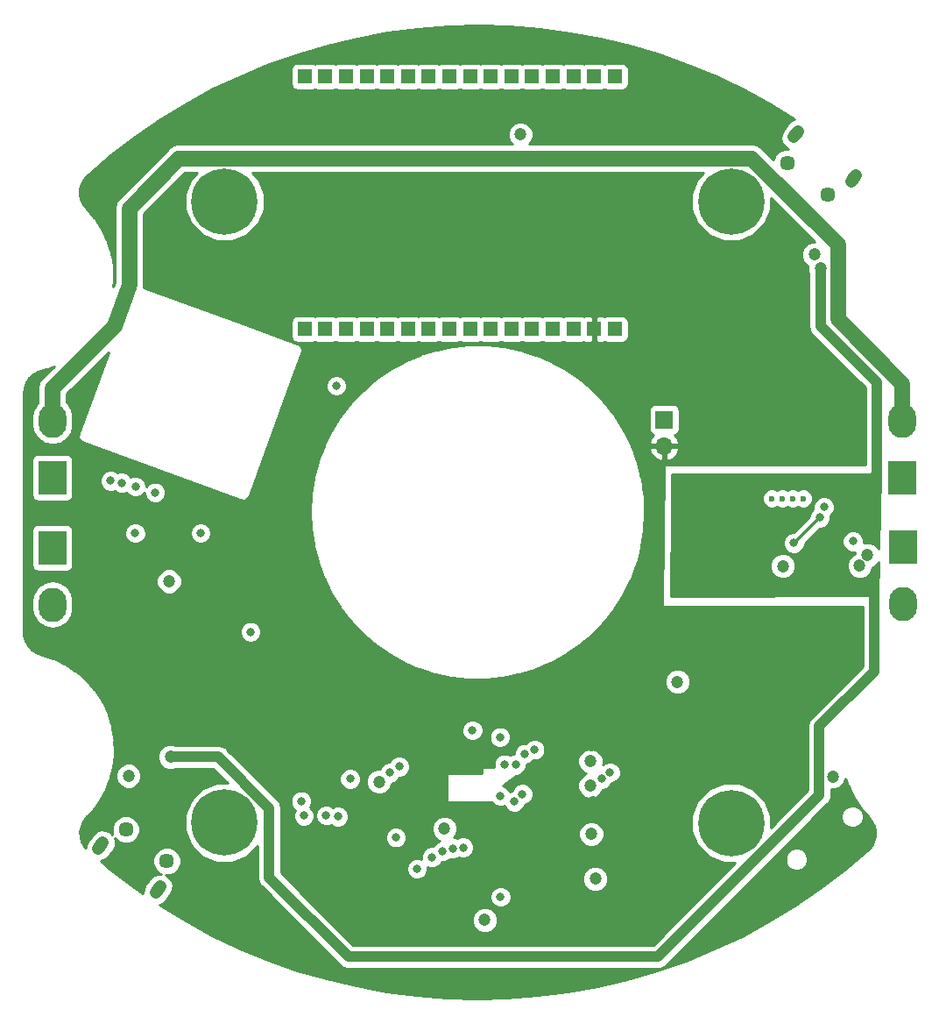
<source format=gbr>
G04 #@! TF.GenerationSoftware,KiCad,Pcbnew,6.0.0-rc1-unknown-3eb3db0~66~ubuntu18.04.1*
G04 #@! TF.CreationDate,2018-08-09T16:50:38-07:00*
G04 #@! TF.ProjectId,main_board_onion,6D61696E5F626F6172645F6F6E696F6E,rev?*
G04 #@! TF.SameCoordinates,Original*
G04 #@! TF.FileFunction,Copper,L2,Inr,Signal*
G04 #@! TF.FilePolarity,Positive*
%FSLAX46Y46*%
G04 Gerber Fmt 4.6, Leading zero omitted, Abs format (unit mm)*
G04 Created by KiCad (PCBNEW 6.0.0-rc1-unknown-3eb3db0~66~ubuntu18.04.1) date Thu Aug  9 16:50:38 2018*
%MOMM*%
%LPD*%
G01*
G04 APERTURE LIST*
G04 #@! TA.AperFunction,ViaPad*
%ADD10C,0.600000*%
G04 #@! TD*
G04 #@! TA.AperFunction,ViaPad*
%ADD11O,2.700000X3.300000*%
G04 #@! TD*
G04 #@! TA.AperFunction,ViaPad*
%ADD12R,2.700000X3.300000*%
G04 #@! TD*
G04 #@! TA.AperFunction,ViaPad*
%ADD13R,1.700000X1.700000*%
G04 #@! TD*
G04 #@! TA.AperFunction,ViaPad*
%ADD14O,1.700000X1.700000*%
G04 #@! TD*
G04 #@! TA.AperFunction,ViaPad*
%ADD15C,6.400000*%
G04 #@! TD*
G04 #@! TA.AperFunction,ViaPad*
%ADD16C,1.450000*%
G04 #@! TD*
G04 #@! TA.AperFunction,ViaPad*
%ADD17C,1.200000*%
G04 #@! TD*
G04 #@! TA.AperFunction,Conductor*
%ADD18C,1.200000*%
G04 #@! TD*
G04 #@! TA.AperFunction,ViaPad*
%ADD19R,1.350000X1.350000*%
G04 #@! TD*
G04 #@! TA.AperFunction,ViaPad*
%ADD20C,0.800000*%
G04 #@! TD*
G04 #@! TA.AperFunction,Conductor*
%ADD21C,1.500000*%
G04 #@! TD*
G04 #@! TA.AperFunction,Conductor*
%ADD22C,1.000000*%
G04 #@! TD*
G04 #@! TA.AperFunction,Conductor*
%ADD23C,0.250000*%
G04 #@! TD*
G04 #@! TA.AperFunction,Conductor*
%ADD24C,0.254000*%
G04 #@! TD*
G04 APERTURE END LIST*
D10*
G04 #@! TO.N,GND*
G04 #@! TO.C,U1*
X177757200Y-89380400D03*
X178757200Y-89380400D03*
X179757200Y-89380400D03*
X180757200Y-89380400D03*
G04 #@! TD*
D11*
G04 #@! TO.N,+24V*
G04 #@! TO.C,J2*
X190398400Y-99607000D03*
D12*
G04 #@! TO.N,GND*
X190398400Y-94107000D03*
G04 #@! TD*
D11*
G04 #@! TO.N,+24V*
G04 #@! TO.C,J3*
X190373000Y-81876000D03*
D12*
G04 #@! TO.N,GND*
X190373000Y-87376000D03*
G04 #@! TD*
D11*
G04 #@! TO.N,+24V*
G04 #@! TO.C,J4*
X108204000Y-99632400D03*
D12*
G04 #@! TO.N,GND*
X108204000Y-94132400D03*
G04 #@! TD*
G04 #@! TO.N,GND*
G04 #@! TO.C,J5*
X108204000Y-87376000D03*
D11*
G04 #@! TO.N,+24V*
X108204000Y-81876000D03*
G04 #@! TD*
D13*
G04 #@! TO.N,GND*
G04 #@! TO.C,J1*
X167335200Y-81762600D03*
D14*
G04 #@! TO.N,+3V3*
X167335200Y-84302600D03*
G04 #@! TD*
D15*
G04 #@! TO.N,GND*
G04 #@! TO.C,J6*
X173799500Y-60706000D03*
G04 #@! TD*
G04 #@! TO.N,GND*
G04 #@! TO.C,J7*
X124841000Y-60706000D03*
G04 #@! TD*
G04 #@! TO.N,GND*
G04 #@! TO.C,J8*
X173799500Y-120713500D03*
G04 #@! TD*
G04 #@! TO.N,GND*
G04 #@! TO.C,J9*
X124815600Y-120700800D03*
G04 #@! TD*
D16*
G04 #@! TO.N,GND*
G04 #@! TO.C,J15*
X115300519Y-121355681D03*
X119267286Y-124399488D03*
D17*
X112863510Y-122888974D03*
D18*
X112650443Y-123166648D02*
X113076577Y-122611300D01*
D17*
X118416983Y-127150304D03*
D18*
X118630050Y-126872630D02*
X118203916Y-127427978D01*
G04 #@! TD*
D17*
G04 #@! TO.N,GND*
G04 #@! TO.C,J17*
X180071910Y-54207373D03*
D18*
X179858843Y-54485047D02*
X180284977Y-53929699D01*
D17*
X185625383Y-58468703D03*
D18*
X185838450Y-58191029D02*
X185412316Y-58746377D01*
D16*
X179221607Y-56958189D03*
X183188374Y-60001996D03*
G04 #@! TD*
D19*
G04 #@! TO.N,GND*
G04 #@! TO.C,O1*
X162574000Y-73033000D03*
G04 #@! TO.N,+3V3*
X160574000Y-73033000D03*
G04 #@! TO.N,Net-(O1-PadB3)*
X158574000Y-73033000D03*
G04 #@! TO.N,Net-(O1-PadB4)*
X156574000Y-73033000D03*
G04 #@! TO.N,/Omega2/PC_TXD*
X154574000Y-73033000D03*
G04 #@! TO.N,/Omega2/PC_RXD*
X152574000Y-73033000D03*
G04 #@! TO.N,/Reset_Omega*
X150574000Y-73033000D03*
G04 #@! TO.N,Net-(O1-PadB8)*
X148574000Y-73033000D03*
G04 #@! TO.N,/Omega2/TX-*
X146574000Y-73033000D03*
G04 #@! TO.N,/Omega2/TX+*
X144574000Y-73033000D03*
G04 #@! TO.N,/Omega2/RX-*
X142574000Y-73033000D03*
G04 #@! TO.N,/Omega2/RX+*
X140574000Y-73033000D03*
G04 #@! TO.N,/Reset_NXP*
X138574000Y-73033000D03*
G04 #@! TO.N,/NXP_Ready*
X136574000Y-73033000D03*
G04 #@! TO.N,Net-(O1-PadB15)*
X134574000Y-73033000D03*
G04 #@! TO.N,Net-(O1-PadB16)*
X132574000Y-73033000D03*
G04 #@! TO.N,GND*
X162574000Y-48633000D03*
G04 #@! TO.N,/Omega_Ready*
X160574000Y-48633000D03*
G04 #@! TO.N,Net-(O1-PadA3)*
X158574000Y-48633000D03*
G04 #@! TO.N,Net-(O1-PadA4)*
X156574000Y-48633000D03*
G04 #@! TO.N,/Omega2/R_LED*
X154574000Y-48633000D03*
G04 #@! TO.N,/Omega2/G_LED*
X152574000Y-48633000D03*
G04 #@! TO.N,/Omega2/B_LED*
X150574000Y-48633000D03*
G04 #@! TO.N,Net-(O1-PadA8)*
X148574000Y-48633000D03*
G04 #@! TO.N,Net-(O1-PadA9)*
X146574000Y-48633000D03*
G04 #@! TO.N,/NXP_MOSI*
X144574000Y-48633000D03*
G04 #@! TO.N,/NXP_MISO*
X142574000Y-48633000D03*
G04 #@! TO.N,/NXP_SPICLK*
X140574000Y-48633000D03*
G04 #@! TO.N,/NXP_SPICS*
X138574000Y-48633000D03*
G04 #@! TO.N,Net-(O1-PadA14)*
X136574000Y-48633000D03*
G04 #@! TO.N,Net-(O1-PadA15)*
X134574000Y-48633000D03*
G04 #@! TO.N,Net-(O1-PadA16)*
X132574000Y-48633000D03*
G04 #@! TD*
D17*
G04 #@! TO.N,GND*
X178816000Y-95910400D03*
X183642000Y-116230400D03*
D20*
X185572400Y-93522800D03*
D17*
X181838600Y-65836800D03*
X115570000Y-116179600D03*
X153441400Y-54229000D03*
X119481600Y-97383600D03*
X139788900Y-116738400D03*
X160210500Y-114769900D03*
X168620854Y-107093219D03*
X160197800Y-117119400D03*
X160286700Y-121793000D03*
X160680400Y-126123700D03*
X146100800Y-121272300D03*
X149999700Y-130098800D03*
X186232800Y-95872300D03*
X186996410Y-94869000D03*
G04 #@! TO.N,+5V*
X169265600Y-96012000D03*
X169265600Y-94589600D03*
X169316400Y-93268800D03*
X170840400Y-96012000D03*
X170891200Y-91948000D03*
X169316400Y-91948000D03*
X182462601Y-67136801D03*
X119608600Y-114325400D03*
D10*
X185305700Y-94894400D03*
D17*
G04 #@! TO.N,+3V3*
X118135400Y-55575200D03*
X117195600Y-56515000D03*
X116255800Y-57454800D03*
X115290600Y-58420000D03*
X114350800Y-59359800D03*
X117830600Y-62839600D03*
X118745000Y-61849000D03*
X119608600Y-60807600D03*
X120446800Y-59740800D03*
X121081800Y-58496200D03*
X158800800Y-58547000D03*
X122555000Y-99085400D03*
X116205000Y-102323900D03*
X180073300Y-84302600D03*
X178854100Y-84302600D03*
X177634900Y-84302600D03*
X176415700Y-84302600D03*
X175196500Y-84302600D03*
X173977300Y-84302600D03*
X172758100Y-84302600D03*
X171538900Y-84302600D03*
X170319700Y-84302600D03*
X146964400Y-128752600D03*
X139788900Y-121056400D03*
D20*
X148463000Y-115011200D03*
D17*
X160261300Y-113220500D03*
X173494700Y-113830100D03*
X160419560Y-118709817D03*
X136055100Y-105257600D03*
D20*
G04 #@! TO.N,/NXP/RTCin*
X152971500Y-115100100D03*
G04 #@! TO.N,/NXP/RTCout*
X151892000Y-115062000D03*
G04 #@! TO.N,/NXP/SWDIO*
X140817600Y-115862100D03*
G04 #@! TO.N,/NXP/SWCLK*
X141732000Y-115277900D03*
G04 #@! TO.N,/Reset_NXP*
X127355600Y-102273100D03*
G04 #@! TO.N,/NXP/I2C_SCL_Flex1*
X144907000Y-124015500D03*
G04 #@! TO.N,/NXP/I2C_SDA_Flex1*
X145923000Y-123456700D03*
G04 #@! TO.N,/NXP/GPIO25*
X146900900Y-123177300D03*
G04 #@! TO.N,/NXP/GPIO26*
X147906156Y-123087290D03*
G04 #@! TO.N,/NXP/SPI_MISO_flex7*
X162102800Y-115849400D03*
G04 #@! TO.N,/NXP/SPI_MOSI_flex7*
X161290000Y-116471700D03*
G04 #@! TO.N,/NXP/SPI_clock_flex7*
X153631900Y-117919500D03*
G04 #@! TO.N,/NXP/SPI_CS_flex7*
X152857200Y-118656100D03*
G04 #@! TO.N,Net-(J16-Pad1)*
X113817400Y-87680800D03*
G04 #@! TO.N,Net-(J16-Pad2)*
X114884200Y-87858600D03*
G04 #@! TO.N,Net-(J16-Pad3)*
X116230400Y-88239600D03*
G04 #@! TO.N,Net-(J16-Pad6)*
X118135400Y-88810000D03*
G04 #@! TO.N,/Reset_Omega*
X141401800Y-122123200D03*
X136982200Y-116471700D03*
G04 #@! TO.N,/NXP_Ready*
X143433800Y-125145800D03*
X151523700Y-127863600D03*
G04 #@! TO.N,/Omega_Ready*
X151485600Y-118122700D03*
G04 #@! TO.N,/NXP_MOSI*
X135648700Y-78511400D03*
X153860500Y-114046000D03*
X135801100Y-120103900D03*
G04 #@! TO.N,/NXP_MISO*
X154800300Y-113652300D03*
X134658100Y-119989600D03*
G04 #@! TO.N,/NXP_SPICLK*
X132253943Y-118609075D03*
X148805900Y-111785400D03*
G04 #@! TO.N,/NXP_SPICS*
X151472900Y-112433100D03*
X132511800Y-120027700D03*
G04 #@! TO.N,Net-(R1-Pad2)*
X182372000Y-91236800D03*
X179882800Y-93682900D03*
G04 #@! TO.N,Net-(R14-Pad1)*
X116205000Y-92735400D03*
G04 #@! TO.N,Net-(R15-Pad1)*
X122529600Y-92722700D03*
G04 #@! TO.N,Net-(SW1-Pad1)*
X182778400Y-90220800D03*
G04 #@! TD*
D21*
G04 #@! TO.N,+24V*
X114194066Y-72735934D02*
X115628706Y-68794293D01*
X108204000Y-81876000D02*
X108204000Y-78726000D01*
X115628706Y-68794293D02*
X115628706Y-61358494D01*
X108204000Y-78726000D02*
X114194066Y-72735934D01*
X175791501Y-56555999D02*
X184135140Y-64899638D01*
X115628706Y-61358494D02*
X120431201Y-56555999D01*
X184135140Y-64899638D02*
X184135140Y-72070340D01*
X120431201Y-56555999D02*
X175791501Y-56555999D01*
X190373000Y-78308200D02*
X190373000Y-81876000D01*
X184135140Y-72070340D02*
X190373000Y-78308200D01*
D22*
G04 #@! TO.N,+5V*
X169316400Y-94538800D02*
X169265600Y-94589600D01*
X169316400Y-93268800D02*
X169316400Y-94538800D01*
X169265600Y-94589600D02*
X169265600Y-96012000D01*
X169265600Y-96012000D02*
X170840400Y-96012000D01*
X170891200Y-91948000D02*
X169468800Y-91948000D01*
X170891200Y-91948000D02*
X169316400Y-91948000D01*
X169316400Y-91948000D02*
X169316400Y-93268800D01*
X187883800Y-87045800D02*
X187883800Y-78181200D01*
X182462601Y-72760001D02*
X182462601Y-67136801D01*
X187883800Y-78181200D02*
X182462601Y-72760001D01*
X170891200Y-91948000D02*
X175285400Y-87553800D01*
X187375800Y-87553800D02*
X187883800Y-87045800D01*
X175285400Y-87553800D02*
X187375800Y-87553800D01*
X136804400Y-133629400D02*
X129159000Y-125984000D01*
X124212202Y-114325400D02*
X119608600Y-114325400D01*
X166741798Y-133629400D02*
X136804400Y-133629400D01*
X129159000Y-119272198D02*
X124212202Y-114325400D01*
X182341999Y-118029199D02*
X166741798Y-133629400D01*
X129159000Y-125984000D02*
X129159000Y-119272198D01*
X182341999Y-111369169D02*
X182341999Y-118029199D01*
X170840400Y-96860528D02*
X171871472Y-97891600D01*
X170840400Y-96012000D02*
X170840400Y-96860528D01*
X171871472Y-97891600D02*
X186944000Y-97891600D01*
X187629800Y-98577400D02*
X187629800Y-106081368D01*
X186944000Y-97891600D02*
X187629800Y-98577400D01*
X187629800Y-106081368D02*
X182341999Y-111369169D01*
D23*
G04 #@! TO.N,Net-(R1-Pad2)*
X182328900Y-91236800D02*
X182372000Y-91236800D01*
X179882800Y-93682900D02*
X182328900Y-91236800D01*
G04 #@! TD*
D24*
G04 #@! TO.N,+5V*
G36*
X188088288Y-94277818D02*
X188043392Y-94169429D01*
X187695981Y-93822018D01*
X187242067Y-93634000D01*
X186750753Y-93634000D01*
X186607400Y-93693379D01*
X186607400Y-93316926D01*
X186449831Y-92936520D01*
X186158680Y-92645369D01*
X185778274Y-92487800D01*
X185366526Y-92487800D01*
X184986120Y-92645369D01*
X184694969Y-92936520D01*
X184537400Y-93316926D01*
X184537400Y-93728674D01*
X184694969Y-94109080D01*
X184986120Y-94400231D01*
X185366526Y-94557800D01*
X185778274Y-94557800D01*
X185790689Y-94552658D01*
X185761410Y-94623343D01*
X185761410Y-94730802D01*
X185533229Y-94825318D01*
X185185818Y-95172729D01*
X184997800Y-95626643D01*
X184997800Y-96117957D01*
X185185818Y-96571871D01*
X185533229Y-96919282D01*
X185987143Y-97107300D01*
X186478457Y-97107300D01*
X186932371Y-96919282D01*
X187279782Y-96571871D01*
X187467800Y-96117957D01*
X187467800Y-96010498D01*
X187695981Y-95915982D01*
X188043392Y-95568571D01*
X188067301Y-95510850D01*
X188012932Y-98705025D01*
X168021540Y-98805359D01*
X168034790Y-95664743D01*
X177581000Y-95664743D01*
X177581000Y-96156057D01*
X177769018Y-96609971D01*
X178116429Y-96957382D01*
X178570343Y-97145400D01*
X179061657Y-97145400D01*
X179515571Y-96957382D01*
X179862982Y-96609971D01*
X180051000Y-96156057D01*
X180051000Y-95664743D01*
X179862982Y-95210829D01*
X179515571Y-94863418D01*
X179061657Y-94675400D01*
X178570343Y-94675400D01*
X178116429Y-94863418D01*
X177769018Y-95210829D01*
X177581000Y-95664743D01*
X168034790Y-95664743D01*
X168044020Y-93477026D01*
X178847800Y-93477026D01*
X178847800Y-93888774D01*
X179005369Y-94269180D01*
X179296520Y-94560331D01*
X179676926Y-94717900D01*
X180088674Y-94717900D01*
X180469080Y-94560331D01*
X180760231Y-94269180D01*
X180917800Y-93888774D01*
X180917800Y-93722701D01*
X182368702Y-92271800D01*
X182577874Y-92271800D01*
X182958280Y-92114231D01*
X183249431Y-91823080D01*
X183407000Y-91442674D01*
X183407000Y-91055911D01*
X183655831Y-90807080D01*
X183813400Y-90426674D01*
X183813400Y-90014926D01*
X183655831Y-89634520D01*
X183364680Y-89343369D01*
X182984274Y-89185800D01*
X182572526Y-89185800D01*
X182192120Y-89343369D01*
X181900969Y-89634520D01*
X181743400Y-90014926D01*
X181743400Y-90401689D01*
X181494569Y-90650520D01*
X181337000Y-91030926D01*
X181337000Y-91153898D01*
X179842999Y-92647900D01*
X179676926Y-92647900D01*
X179296520Y-92805469D01*
X179005369Y-93096620D01*
X178847800Y-93477026D01*
X168044020Y-93477026D01*
X168062090Y-89194417D01*
X176822200Y-89194417D01*
X176822200Y-89566383D01*
X176964545Y-89910035D01*
X177227565Y-90173055D01*
X177571217Y-90315400D01*
X177943183Y-90315400D01*
X178257200Y-90185330D01*
X178571217Y-90315400D01*
X178943183Y-90315400D01*
X179257200Y-90185330D01*
X179571217Y-90315400D01*
X179943183Y-90315400D01*
X180257200Y-90185330D01*
X180571217Y-90315400D01*
X180943183Y-90315400D01*
X181286835Y-90173055D01*
X181549855Y-89910035D01*
X181692200Y-89566383D01*
X181692200Y-89194417D01*
X181549855Y-88850765D01*
X181286835Y-88587745D01*
X180943183Y-88445400D01*
X180571217Y-88445400D01*
X180257200Y-88575470D01*
X179943183Y-88445400D01*
X179571217Y-88445400D01*
X179257200Y-88575470D01*
X178943183Y-88445400D01*
X178571217Y-88445400D01*
X178257200Y-88575470D01*
X177943183Y-88445400D01*
X177571217Y-88445400D01*
X177227565Y-88587745D01*
X176964545Y-88850765D01*
X176822200Y-89194417D01*
X168062090Y-89194417D01*
X168071049Y-87071200D01*
X188210954Y-87071200D01*
X188088288Y-94277818D01*
X188088288Y-94277818D01*
G37*
X188088288Y-94277818D02*
X188043392Y-94169429D01*
X187695981Y-93822018D01*
X187242067Y-93634000D01*
X186750753Y-93634000D01*
X186607400Y-93693379D01*
X186607400Y-93316926D01*
X186449831Y-92936520D01*
X186158680Y-92645369D01*
X185778274Y-92487800D01*
X185366526Y-92487800D01*
X184986120Y-92645369D01*
X184694969Y-92936520D01*
X184537400Y-93316926D01*
X184537400Y-93728674D01*
X184694969Y-94109080D01*
X184986120Y-94400231D01*
X185366526Y-94557800D01*
X185778274Y-94557800D01*
X185790689Y-94552658D01*
X185761410Y-94623343D01*
X185761410Y-94730802D01*
X185533229Y-94825318D01*
X185185818Y-95172729D01*
X184997800Y-95626643D01*
X184997800Y-96117957D01*
X185185818Y-96571871D01*
X185533229Y-96919282D01*
X185987143Y-97107300D01*
X186478457Y-97107300D01*
X186932371Y-96919282D01*
X187279782Y-96571871D01*
X187467800Y-96117957D01*
X187467800Y-96010498D01*
X187695981Y-95915982D01*
X188043392Y-95568571D01*
X188067301Y-95510850D01*
X188012932Y-98705025D01*
X168021540Y-98805359D01*
X168034790Y-95664743D01*
X177581000Y-95664743D01*
X177581000Y-96156057D01*
X177769018Y-96609971D01*
X178116429Y-96957382D01*
X178570343Y-97145400D01*
X179061657Y-97145400D01*
X179515571Y-96957382D01*
X179862982Y-96609971D01*
X180051000Y-96156057D01*
X180051000Y-95664743D01*
X179862982Y-95210829D01*
X179515571Y-94863418D01*
X179061657Y-94675400D01*
X178570343Y-94675400D01*
X178116429Y-94863418D01*
X177769018Y-95210829D01*
X177581000Y-95664743D01*
X168034790Y-95664743D01*
X168044020Y-93477026D01*
X178847800Y-93477026D01*
X178847800Y-93888774D01*
X179005369Y-94269180D01*
X179296520Y-94560331D01*
X179676926Y-94717900D01*
X180088674Y-94717900D01*
X180469080Y-94560331D01*
X180760231Y-94269180D01*
X180917800Y-93888774D01*
X180917800Y-93722701D01*
X182368702Y-92271800D01*
X182577874Y-92271800D01*
X182958280Y-92114231D01*
X183249431Y-91823080D01*
X183407000Y-91442674D01*
X183407000Y-91055911D01*
X183655831Y-90807080D01*
X183813400Y-90426674D01*
X183813400Y-90014926D01*
X183655831Y-89634520D01*
X183364680Y-89343369D01*
X182984274Y-89185800D01*
X182572526Y-89185800D01*
X182192120Y-89343369D01*
X181900969Y-89634520D01*
X181743400Y-90014926D01*
X181743400Y-90401689D01*
X181494569Y-90650520D01*
X181337000Y-91030926D01*
X181337000Y-91153898D01*
X179842999Y-92647900D01*
X179676926Y-92647900D01*
X179296520Y-92805469D01*
X179005369Y-93096620D01*
X178847800Y-93477026D01*
X168044020Y-93477026D01*
X168062090Y-89194417D01*
X176822200Y-89194417D01*
X176822200Y-89566383D01*
X176964545Y-89910035D01*
X177227565Y-90173055D01*
X177571217Y-90315400D01*
X177943183Y-90315400D01*
X178257200Y-90185330D01*
X178571217Y-90315400D01*
X178943183Y-90315400D01*
X179257200Y-90185330D01*
X179571217Y-90315400D01*
X179943183Y-90315400D01*
X180257200Y-90185330D01*
X180571217Y-90315400D01*
X180943183Y-90315400D01*
X181286835Y-90173055D01*
X181549855Y-89910035D01*
X181692200Y-89566383D01*
X181692200Y-89194417D01*
X181549855Y-88850765D01*
X181286835Y-88587745D01*
X180943183Y-88445400D01*
X180571217Y-88445400D01*
X180257200Y-88575470D01*
X179943183Y-88445400D01*
X179571217Y-88445400D01*
X179257200Y-88575470D01*
X178943183Y-88445400D01*
X178571217Y-88445400D01*
X178257200Y-88575470D01*
X177943183Y-88445400D01*
X177571217Y-88445400D01*
X177227565Y-88587745D01*
X176964545Y-88850765D01*
X176822200Y-89194417D01*
X168062090Y-89194417D01*
X168071049Y-87071200D01*
X188210954Y-87071200D01*
X188088288Y-94277818D01*
G04 #@! TO.N,+3V3*
G36*
X121589844Y-58533647D02*
X121006000Y-59943171D01*
X121006000Y-61468829D01*
X121589844Y-62878353D01*
X122668647Y-63957156D01*
X124078171Y-64541000D01*
X125603829Y-64541000D01*
X127013353Y-63957156D01*
X128092156Y-62878353D01*
X128676000Y-61468829D01*
X128676000Y-59943171D01*
X128092156Y-58533647D01*
X127499508Y-57940999D01*
X171140992Y-57940999D01*
X170548344Y-58533647D01*
X169964500Y-59943171D01*
X169964500Y-61468829D01*
X170548344Y-62878353D01*
X171627147Y-63957156D01*
X173036671Y-64541000D01*
X174562329Y-64541000D01*
X175971853Y-63957156D01*
X177050656Y-62878353D01*
X177634500Y-61468829D01*
X177634500Y-60357683D01*
X181878617Y-64601800D01*
X181592943Y-64601800D01*
X181139029Y-64789818D01*
X180791618Y-65137229D01*
X180603600Y-65591143D01*
X180603600Y-66082457D01*
X180791618Y-66536371D01*
X181139029Y-66883782D01*
X181227601Y-66920470D01*
X181227601Y-67382458D01*
X181327602Y-67623881D01*
X181327601Y-72648218D01*
X181305366Y-72760001D01*
X181364863Y-73059112D01*
X181393455Y-73202855D01*
X181644312Y-73578290D01*
X181739083Y-73641614D01*
X186748801Y-78651333D01*
X186748800Y-86102467D01*
X167424160Y-86093300D01*
X167375555Y-86102944D01*
X167334340Y-86130455D01*
X167306790Y-86171644D01*
X167297111Y-86218623D01*
X167119488Y-99667923D01*
X167128513Y-99716647D01*
X167155496Y-99758209D01*
X167196331Y-99786281D01*
X167246177Y-99796600D01*
X186494800Y-99842062D01*
X186494801Y-105611235D01*
X181618481Y-110487556D01*
X181523710Y-110550880D01*
X181300838Y-110884432D01*
X181272853Y-110926315D01*
X181184764Y-111369169D01*
X181206999Y-111480952D01*
X181207000Y-117559066D01*
X177634500Y-121131566D01*
X177634500Y-119950671D01*
X177050656Y-118541147D01*
X175971853Y-117462344D01*
X174562329Y-116878500D01*
X173036671Y-116878500D01*
X171627147Y-117462344D01*
X170548344Y-118541147D01*
X169964500Y-119950671D01*
X169964500Y-121476329D01*
X170548344Y-122885853D01*
X171627147Y-123964656D01*
X173036671Y-124548500D01*
X174217566Y-124548500D01*
X166271667Y-132494400D01*
X137274532Y-132494400D01*
X134633275Y-129853143D01*
X148764700Y-129853143D01*
X148764700Y-130344457D01*
X148952718Y-130798371D01*
X149300129Y-131145782D01*
X149754043Y-131333800D01*
X150245357Y-131333800D01*
X150699271Y-131145782D01*
X151046682Y-130798371D01*
X151234700Y-130344457D01*
X151234700Y-129853143D01*
X151046682Y-129399229D01*
X150699271Y-129051818D01*
X150245357Y-128863800D01*
X149754043Y-128863800D01*
X149300129Y-129051818D01*
X148952718Y-129399229D01*
X148764700Y-129853143D01*
X134633275Y-129853143D01*
X132437858Y-127657726D01*
X150488700Y-127657726D01*
X150488700Y-128069474D01*
X150646269Y-128449880D01*
X150937420Y-128741031D01*
X151317826Y-128898600D01*
X151729574Y-128898600D01*
X152109980Y-128741031D01*
X152401131Y-128449880D01*
X152558700Y-128069474D01*
X152558700Y-127657726D01*
X152401131Y-127277320D01*
X152109980Y-126986169D01*
X151729574Y-126828600D01*
X151317826Y-126828600D01*
X150937420Y-126986169D01*
X150646269Y-127277320D01*
X150488700Y-127657726D01*
X132437858Y-127657726D01*
X130294000Y-125513869D01*
X130294000Y-124939926D01*
X142398800Y-124939926D01*
X142398800Y-125351674D01*
X142556369Y-125732080D01*
X142847520Y-126023231D01*
X143227926Y-126180800D01*
X143639674Y-126180800D01*
X144020080Y-126023231D01*
X144165268Y-125878043D01*
X159445400Y-125878043D01*
X159445400Y-126369357D01*
X159633418Y-126823271D01*
X159980829Y-127170682D01*
X160434743Y-127358700D01*
X160926057Y-127358700D01*
X161379971Y-127170682D01*
X161727382Y-126823271D01*
X161915400Y-126369357D01*
X161915400Y-125878043D01*
X161727382Y-125424129D01*
X161379971Y-125076718D01*
X160926057Y-124888700D01*
X160434743Y-124888700D01*
X159980829Y-125076718D01*
X159633418Y-125424129D01*
X159445400Y-125878043D01*
X144165268Y-125878043D01*
X144311231Y-125732080D01*
X144468800Y-125351674D01*
X144468800Y-124954268D01*
X144701126Y-125050500D01*
X145112874Y-125050500D01*
X145493280Y-124892931D01*
X145784431Y-124601780D01*
X145830028Y-124491700D01*
X146128874Y-124491700D01*
X146509280Y-124334131D01*
X146649831Y-124193580D01*
X146695026Y-124212300D01*
X147106774Y-124212300D01*
X147487180Y-124054731D01*
X147501825Y-124040086D01*
X147700282Y-124122290D01*
X148112030Y-124122290D01*
X148492436Y-123964721D01*
X148783587Y-123673570D01*
X148941156Y-123293164D01*
X148941156Y-122881416D01*
X148783587Y-122501010D01*
X148492436Y-122209859D01*
X148112030Y-122052290D01*
X147700282Y-122052290D01*
X147319876Y-122209859D01*
X147305231Y-122224504D01*
X147106774Y-122142300D01*
X146977353Y-122142300D01*
X147147782Y-121971871D01*
X147323627Y-121547343D01*
X159051700Y-121547343D01*
X159051700Y-122038657D01*
X159239718Y-122492571D01*
X159587129Y-122839982D01*
X160041043Y-123028000D01*
X160532357Y-123028000D01*
X160986271Y-122839982D01*
X161333682Y-122492571D01*
X161521700Y-122038657D01*
X161521700Y-121547343D01*
X161333682Y-121093429D01*
X160986271Y-120746018D01*
X160532357Y-120558000D01*
X160041043Y-120558000D01*
X159587129Y-120746018D01*
X159239718Y-121093429D01*
X159051700Y-121547343D01*
X147323627Y-121547343D01*
X147335800Y-121517957D01*
X147335800Y-121026643D01*
X147147782Y-120572729D01*
X146800371Y-120225318D01*
X146346457Y-120037300D01*
X145855143Y-120037300D01*
X145401229Y-120225318D01*
X145053818Y-120572729D01*
X144865800Y-121026643D01*
X144865800Y-121517957D01*
X145053818Y-121971871D01*
X145401229Y-122319282D01*
X145682806Y-122435916D01*
X145336720Y-122579269D01*
X145045569Y-122870420D01*
X144999972Y-122980500D01*
X144701126Y-122980500D01*
X144320720Y-123138069D01*
X144029569Y-123429220D01*
X143872000Y-123809626D01*
X143872000Y-124207032D01*
X143639674Y-124110800D01*
X143227926Y-124110800D01*
X142847520Y-124268369D01*
X142556369Y-124559520D01*
X142398800Y-124939926D01*
X130294000Y-124939926D01*
X130294000Y-121917326D01*
X140366800Y-121917326D01*
X140366800Y-122329074D01*
X140524369Y-122709480D01*
X140815520Y-123000631D01*
X141195926Y-123158200D01*
X141607674Y-123158200D01*
X141988080Y-123000631D01*
X142279231Y-122709480D01*
X142436800Y-122329074D01*
X142436800Y-121917326D01*
X142279231Y-121536920D01*
X141988080Y-121245769D01*
X141607674Y-121088200D01*
X141195926Y-121088200D01*
X140815520Y-121245769D01*
X140524369Y-121536920D01*
X140366800Y-121917326D01*
X130294000Y-121917326D01*
X130294000Y-119383981D01*
X130316235Y-119272198D01*
X130228146Y-118829343D01*
X130226858Y-118827416D01*
X129977289Y-118453909D01*
X129901400Y-118403201D01*
X131218943Y-118403201D01*
X131218943Y-118814949D01*
X131376512Y-119195355D01*
X131630915Y-119449758D01*
X131476800Y-119821826D01*
X131476800Y-120233574D01*
X131634369Y-120613980D01*
X131925520Y-120905131D01*
X132305926Y-121062700D01*
X132717674Y-121062700D01*
X133098080Y-120905131D01*
X133389231Y-120613980D01*
X133546800Y-120233574D01*
X133546800Y-119821826D01*
X133531019Y-119783726D01*
X133623100Y-119783726D01*
X133623100Y-120195474D01*
X133780669Y-120575880D01*
X134071820Y-120867031D01*
X134452226Y-121024600D01*
X134863974Y-121024600D01*
X135142656Y-120909167D01*
X135214820Y-120981331D01*
X135595226Y-121138900D01*
X136006974Y-121138900D01*
X136387380Y-120981331D01*
X136678531Y-120690180D01*
X136836100Y-120309774D01*
X136836100Y-119898026D01*
X136678531Y-119517620D01*
X136387380Y-119226469D01*
X136006974Y-119068900D01*
X135595226Y-119068900D01*
X135316544Y-119184333D01*
X135244380Y-119112169D01*
X134863974Y-118954600D01*
X134452226Y-118954600D01*
X134071820Y-119112169D01*
X133780669Y-119403320D01*
X133623100Y-119783726D01*
X133531019Y-119783726D01*
X133389231Y-119441420D01*
X133134828Y-119187017D01*
X133288943Y-118814949D01*
X133288943Y-118616825D01*
X146292618Y-118616825D01*
X146302431Y-118666964D01*
X146330089Y-118708080D01*
X146371376Y-118735483D01*
X146420006Y-118744999D01*
X150520793Y-118732299D01*
X150569001Y-118722633D01*
X150604108Y-118699176D01*
X150608169Y-118708980D01*
X150899320Y-119000131D01*
X151279726Y-119157700D01*
X151691474Y-119157700D01*
X151907610Y-119068174D01*
X151979769Y-119242380D01*
X152270920Y-119533531D01*
X152651326Y-119691100D01*
X153063074Y-119691100D01*
X153443480Y-119533531D01*
X153734631Y-119242380D01*
X153857209Y-118946450D01*
X154218180Y-118796931D01*
X154509331Y-118505780D01*
X154666900Y-118125374D01*
X154666900Y-117713626D01*
X154509331Y-117333220D01*
X154218180Y-117042069D01*
X153837774Y-116884500D01*
X153426026Y-116884500D01*
X153045620Y-117042069D01*
X152754469Y-117333220D01*
X152631891Y-117629150D01*
X152435190Y-117710626D01*
X152363031Y-117536420D01*
X152071880Y-117245269D01*
X151763318Y-117117459D01*
X152082469Y-116873743D01*
X158962800Y-116873743D01*
X158962800Y-117365057D01*
X159150818Y-117818971D01*
X159498229Y-118166382D01*
X159952143Y-118354400D01*
X160443457Y-118354400D01*
X160897371Y-118166382D01*
X161244782Y-117818971D01*
X161374129Y-117506700D01*
X161495874Y-117506700D01*
X161876280Y-117349131D01*
X162167431Y-117057980D01*
X162239330Y-116884400D01*
X162308674Y-116884400D01*
X162689080Y-116726831D01*
X162980231Y-116435680D01*
X163137800Y-116055274D01*
X163137800Y-115643526D01*
X162980231Y-115263120D01*
X162689080Y-114971969D01*
X162308674Y-114814400D01*
X161896926Y-114814400D01*
X161516520Y-114971969D01*
X161426103Y-115062386D01*
X161445500Y-115015557D01*
X161445500Y-114524243D01*
X161257482Y-114070329D01*
X160910071Y-113722918D01*
X160456157Y-113534900D01*
X159964843Y-113534900D01*
X159510929Y-113722918D01*
X159163518Y-114070329D01*
X158975500Y-114524243D01*
X158975500Y-115015557D01*
X159163518Y-115469471D01*
X159510929Y-115816882D01*
X159813037Y-115942020D01*
X159498229Y-116072418D01*
X159150818Y-116419829D01*
X158962800Y-116873743D01*
X152082469Y-116873743D01*
X153049739Y-116135100D01*
X153177374Y-116135100D01*
X153557780Y-115977531D01*
X153848931Y-115686380D01*
X154006500Y-115305974D01*
X154006500Y-115081000D01*
X154066374Y-115081000D01*
X154446780Y-114923431D01*
X154682911Y-114687300D01*
X155006174Y-114687300D01*
X155386580Y-114529731D01*
X155677731Y-114238580D01*
X155835300Y-113858174D01*
X155835300Y-113446426D01*
X155677731Y-113066020D01*
X155386580Y-112774869D01*
X155006174Y-112617300D01*
X154594426Y-112617300D01*
X154214020Y-112774869D01*
X153977889Y-113011000D01*
X153654626Y-113011000D01*
X153274220Y-113168569D01*
X152983069Y-113459720D01*
X152825500Y-113840126D01*
X152825500Y-114065100D01*
X152765626Y-114065100D01*
X152477741Y-114184346D01*
X152097874Y-114027000D01*
X151686126Y-114027000D01*
X151305720Y-114184569D01*
X151014569Y-114475720D01*
X150857000Y-114856126D01*
X150857000Y-115267874D01*
X150899599Y-115370718D01*
X149822362Y-115366801D01*
X149773595Y-115376345D01*
X149732324Y-115403771D01*
X149704690Y-115444903D01*
X149694900Y-115493480D01*
X149693906Y-115887500D01*
X146443700Y-115887500D01*
X146396187Y-115896723D01*
X146354732Y-115923870D01*
X146326822Y-115964816D01*
X146316705Y-116013325D01*
X146292618Y-118616825D01*
X133288943Y-118616825D01*
X133288943Y-118403201D01*
X133131374Y-118022795D01*
X132840223Y-117731644D01*
X132459817Y-117574075D01*
X132048069Y-117574075D01*
X131667663Y-117731644D01*
X131376512Y-118022795D01*
X131218943Y-118403201D01*
X129901400Y-118403201D01*
X129882521Y-118390587D01*
X127757760Y-116265826D01*
X135947200Y-116265826D01*
X135947200Y-116677574D01*
X136104769Y-117057980D01*
X136395920Y-117349131D01*
X136776326Y-117506700D01*
X137188074Y-117506700D01*
X137568480Y-117349131D01*
X137859631Y-117057980D01*
X138017200Y-116677574D01*
X138017200Y-116492743D01*
X138553900Y-116492743D01*
X138553900Y-116984057D01*
X138741918Y-117437971D01*
X139089329Y-117785382D01*
X139543243Y-117973400D01*
X140034557Y-117973400D01*
X140488471Y-117785382D01*
X140835882Y-117437971D01*
X141023900Y-116984057D01*
X141023900Y-116896924D01*
X141403880Y-116739531D01*
X141695031Y-116448380D01*
X141751149Y-116312900D01*
X141937874Y-116312900D01*
X142318280Y-116155331D01*
X142609431Y-115864180D01*
X142767000Y-115483774D01*
X142767000Y-115072026D01*
X142609431Y-114691620D01*
X142318280Y-114400469D01*
X141937874Y-114242900D01*
X141526126Y-114242900D01*
X141145720Y-114400469D01*
X140854569Y-114691620D01*
X140798451Y-114827100D01*
X140611726Y-114827100D01*
X140231320Y-114984669D01*
X139940169Y-115275820D01*
X139845902Y-115503400D01*
X139543243Y-115503400D01*
X139089329Y-115691418D01*
X138741918Y-116038829D01*
X138553900Y-116492743D01*
X138017200Y-116492743D01*
X138017200Y-116265826D01*
X137859631Y-115885420D01*
X137568480Y-115594269D01*
X137188074Y-115436700D01*
X136776326Y-115436700D01*
X136395920Y-115594269D01*
X136104769Y-115885420D01*
X135947200Y-116265826D01*
X127757760Y-116265826D01*
X125093815Y-113601882D01*
X125030491Y-113507111D01*
X124655057Y-113256254D01*
X124323985Y-113190400D01*
X124212202Y-113168165D01*
X124100419Y-113190400D01*
X120095678Y-113190400D01*
X119854257Y-113090400D01*
X119362943Y-113090400D01*
X118909029Y-113278418D01*
X118561618Y-113625829D01*
X118373600Y-114079743D01*
X118373600Y-114571057D01*
X118561618Y-115024971D01*
X118909029Y-115372382D01*
X119362943Y-115560400D01*
X119854257Y-115560400D01*
X120095678Y-115460400D01*
X123742071Y-115460400D01*
X125147471Y-116865800D01*
X124052771Y-116865800D01*
X122643247Y-117449644D01*
X121564444Y-118528447D01*
X120980600Y-119937971D01*
X120980600Y-121463629D01*
X121564444Y-122873153D01*
X122643247Y-123951956D01*
X124052771Y-124535800D01*
X125578429Y-124535800D01*
X126987953Y-123951956D01*
X128024000Y-122915909D01*
X128024000Y-125872217D01*
X128001765Y-125984000D01*
X128024000Y-126095782D01*
X128089854Y-126426854D01*
X128340711Y-126802289D01*
X128435482Y-126865613D01*
X135922789Y-134352921D01*
X135986111Y-134447689D01*
X136361545Y-134698546D01*
X136692617Y-134764400D01*
X136804399Y-134786635D01*
X136916181Y-134764400D01*
X166630015Y-134764400D01*
X166741798Y-134786635D01*
X166853581Y-134764400D01*
X167184653Y-134698546D01*
X167560087Y-134447689D01*
X167623411Y-134352918D01*
X177948360Y-124027969D01*
X179046799Y-124027969D01*
X179046799Y-124459609D01*
X179211981Y-124858392D01*
X179517196Y-125163607D01*
X179915979Y-125328789D01*
X180347619Y-125328789D01*
X180746402Y-125163607D01*
X181051617Y-124858392D01*
X181216799Y-124459609D01*
X181216799Y-124027969D01*
X181051617Y-123629186D01*
X180746402Y-123323971D01*
X180347619Y-123158789D01*
X179915979Y-123158789D01*
X179517196Y-123323971D01*
X179211981Y-123629186D01*
X179046799Y-124027969D01*
X177948360Y-124027969D01*
X182087938Y-119888391D01*
X184441601Y-119888391D01*
X184441601Y-120320031D01*
X184606783Y-120718814D01*
X184911998Y-121024029D01*
X185310781Y-121189211D01*
X185742421Y-121189211D01*
X186141204Y-121024029D01*
X186446419Y-120718814D01*
X186611601Y-120320031D01*
X186611601Y-119888391D01*
X186446419Y-119489608D01*
X186141204Y-119184393D01*
X185742421Y-119019211D01*
X185310781Y-119019211D01*
X184911998Y-119184393D01*
X184606783Y-119489608D01*
X184441601Y-119888391D01*
X182087938Y-119888391D01*
X183065520Y-118910810D01*
X183160288Y-118847488D01*
X183411145Y-118472054D01*
X183464899Y-118201812D01*
X183499234Y-118029199D01*
X183476999Y-117917416D01*
X183476999Y-117465400D01*
X183887657Y-117465400D01*
X184341571Y-117277382D01*
X184688982Y-116929971D01*
X184877000Y-116476057D01*
X184877000Y-116438818D01*
X185001999Y-116837387D01*
X185002827Y-116843954D01*
X185003827Y-116846954D01*
X185013128Y-116874856D01*
X185032646Y-116972982D01*
X185084993Y-117051325D01*
X185522751Y-117983212D01*
X185533646Y-118037983D01*
X185583599Y-118112743D01*
X185588523Y-118123225D01*
X185604002Y-118144212D01*
X185659864Y-118242207D01*
X185679232Y-118257238D01*
X186173560Y-119018520D01*
X186174646Y-119023982D01*
X186230231Y-119107170D01*
X186241969Y-119130647D01*
X186255265Y-119147779D01*
X186264058Y-119163310D01*
X186278314Y-119179845D01*
X186286979Y-119193190D01*
X186289298Y-119195571D01*
X186296091Y-119205737D01*
X186314650Y-119224296D01*
X186375993Y-119303336D01*
X186393274Y-119313187D01*
X187063106Y-120090123D01*
X187423405Y-120549844D01*
X187637723Y-121015197D01*
X187739507Y-121515883D01*
X187722272Y-122027696D01*
X187588879Y-122522300D01*
X187344796Y-122971532D01*
X186983003Y-123377251D01*
X184750414Y-125263287D01*
X182394121Y-127050991D01*
X179948056Y-128712303D01*
X177416950Y-130243407D01*
X174810913Y-131640203D01*
X172133808Y-132897812D01*
X169395244Y-134014364D01*
X166602603Y-134986705D01*
X163761688Y-135810946D01*
X160882217Y-136485158D01*
X157972022Y-137007375D01*
X155037204Y-137377558D01*
X152086989Y-137592801D01*
X149312613Y-137655002D01*
X146353821Y-137583873D01*
X143405106Y-137358795D01*
X140471279Y-136979727D01*
X137562246Y-136447670D01*
X134685677Y-135763572D01*
X131847511Y-134930386D01*
X129057839Y-133950151D01*
X126322539Y-132824839D01*
X123650321Y-131557339D01*
X121048183Y-130152620D01*
X118534844Y-128619857D01*
X118833512Y-128518472D01*
X119109659Y-128276299D01*
X119683888Y-127527950D01*
X119846338Y-127198535D01*
X119878471Y-126708273D01*
X119720544Y-126243034D01*
X119396599Y-125873644D01*
X119165113Y-125759488D01*
X119537807Y-125759488D01*
X120037664Y-125552440D01*
X120420238Y-125169866D01*
X120627286Y-124670009D01*
X120627286Y-124128967D01*
X120420238Y-123629110D01*
X120037664Y-123246536D01*
X119537807Y-123039488D01*
X118996765Y-123039488D01*
X118496908Y-123246536D01*
X118114334Y-123629110D01*
X117907286Y-124128967D01*
X117907286Y-124670009D01*
X118114334Y-125169866D01*
X118496908Y-125552440D01*
X118708611Y-125640131D01*
X118465692Y-125624209D01*
X118000454Y-125782136D01*
X117724307Y-126024309D01*
X117150078Y-126772658D01*
X116987628Y-127102074D01*
X116958727Y-127543004D01*
X116081760Y-126943347D01*
X113730915Y-125148372D01*
X112851049Y-124402765D01*
X113280039Y-124257142D01*
X113556186Y-124014969D01*
X114130415Y-123266620D01*
X114292865Y-122937205D01*
X114324998Y-122446943D01*
X114251278Y-122229770D01*
X114530141Y-122508633D01*
X115029998Y-122715681D01*
X115571040Y-122715681D01*
X116070897Y-122508633D01*
X116453471Y-122126059D01*
X116660519Y-121626202D01*
X116660519Y-121085160D01*
X116453471Y-120585303D01*
X116070897Y-120202729D01*
X115571040Y-119995681D01*
X115029998Y-119995681D01*
X114530141Y-120202729D01*
X114147567Y-120585303D01*
X113940519Y-121085160D01*
X113940519Y-121626202D01*
X114016794Y-121810345D01*
X113843126Y-121612314D01*
X113402480Y-121395012D01*
X112912219Y-121362879D01*
X112446981Y-121520806D01*
X112170834Y-121762979D01*
X111596605Y-122511328D01*
X111434155Y-122840744D01*
X111415582Y-123124105D01*
X111277125Y-122968644D01*
X111034372Y-122518355D01*
X110901008Y-122024608D01*
X110885290Y-121513376D01*
X110988054Y-121010806D01*
X111202432Y-120546073D01*
X111551494Y-120100833D01*
X111830913Y-119799920D01*
X111860006Y-119783336D01*
X111878118Y-119759999D01*
X111901905Y-119744105D01*
X111916865Y-119721715D01*
X111938136Y-119705207D01*
X111986529Y-119620313D01*
X111994031Y-119610647D01*
X111996108Y-119606494D01*
X112593941Y-118816440D01*
X112610905Y-118805105D01*
X112622158Y-118788263D01*
X112644135Y-118771207D01*
X112686096Y-118697598D01*
X112686355Y-118697295D01*
X112692233Y-118686832D01*
X112692898Y-118685666D01*
X112707790Y-118665985D01*
X112718176Y-118644562D01*
X112773354Y-118561982D01*
X112779376Y-118531708D01*
X113286235Y-117629447D01*
X113349354Y-117534983D01*
X113365072Y-117455965D01*
X113742978Y-116494424D01*
X113779354Y-116439983D01*
X113794705Y-116362811D01*
X113795542Y-116360680D01*
X113799000Y-116341473D01*
X113807173Y-116316954D01*
X113811002Y-116286580D01*
X113896913Y-115933943D01*
X114335000Y-115933943D01*
X114335000Y-116425257D01*
X114523018Y-116879171D01*
X114870429Y-117226582D01*
X115324343Y-117414600D01*
X115815657Y-117414600D01*
X116269571Y-117226582D01*
X116616982Y-116879171D01*
X116805000Y-116425257D01*
X116805000Y-115933943D01*
X116616982Y-115480029D01*
X116269571Y-115132618D01*
X115815657Y-114944600D01*
X115324343Y-114944600D01*
X114870429Y-115132618D01*
X114523018Y-115480029D01*
X114335000Y-115933943D01*
X113896913Y-115933943D01*
X114047346Y-115316464D01*
X114056354Y-115302982D01*
X114077353Y-115197415D01*
X114085173Y-115173954D01*
X114086434Y-115163951D01*
X114088688Y-115156643D01*
X114090456Y-115139510D01*
X114095247Y-115119844D01*
X114095919Y-115104074D01*
X114099000Y-115088587D01*
X114099000Y-115087614D01*
X114100000Y-115082587D01*
X114100000Y-115056337D01*
X114112513Y-114957076D01*
X114110165Y-114948500D01*
X114212589Y-113955846D01*
X114220000Y-113918587D01*
X114220000Y-113899226D01*
X114222004Y-113887040D01*
X114221438Y-113870080D01*
X114223548Y-113849633D01*
X114220000Y-113811812D01*
X114220000Y-113766812D01*
X114217589Y-113754689D01*
X114184213Y-112754283D01*
X114193513Y-112720324D01*
X114181340Y-112623757D01*
X114181692Y-112610767D01*
X114181000Y-112606717D01*
X114181000Y-112594812D01*
X114178469Y-112582086D01*
X114178177Y-112573345D01*
X114171250Y-112543722D01*
X114166173Y-112503446D01*
X114160392Y-112486103D01*
X114005496Y-111579526D01*
X147770900Y-111579526D01*
X147770900Y-111991274D01*
X147928469Y-112371680D01*
X148219620Y-112662831D01*
X148600026Y-112820400D01*
X149011774Y-112820400D01*
X149392180Y-112662831D01*
X149683331Y-112371680D01*
X149743165Y-112227226D01*
X150437900Y-112227226D01*
X150437900Y-112638974D01*
X150595469Y-113019380D01*
X150886620Y-113310531D01*
X151267026Y-113468100D01*
X151678774Y-113468100D01*
X152059180Y-113310531D01*
X152350331Y-113019380D01*
X152507900Y-112638974D01*
X152507900Y-112227226D01*
X152350331Y-111846820D01*
X152059180Y-111555669D01*
X151678774Y-111398100D01*
X151267026Y-111398100D01*
X150886620Y-111555669D01*
X150595469Y-111846820D01*
X150437900Y-112227226D01*
X149743165Y-112227226D01*
X149840900Y-111991274D01*
X149840900Y-111579526D01*
X149683331Y-111199120D01*
X149392180Y-110907969D01*
X149011774Y-110750400D01*
X148600026Y-110750400D01*
X148219620Y-110907969D01*
X147928469Y-111199120D01*
X147770900Y-111579526D01*
X114005496Y-111579526D01*
X113994369Y-111514402D01*
X113996398Y-111504199D01*
X113982000Y-111431813D01*
X113982000Y-111431812D01*
X113973630Y-111389732D01*
X113968173Y-111346446D01*
X113963041Y-111331051D01*
X113960309Y-111315059D01*
X113957118Y-111306723D01*
X113939354Y-111217417D01*
X113915055Y-111181051D01*
X113614913Y-110230319D01*
X113614173Y-110224446D01*
X113604367Y-110195027D01*
X113584354Y-110094417D01*
X113533241Y-110017921D01*
X113092069Y-109085286D01*
X113081354Y-109031417D01*
X113030792Y-108955745D01*
X113025459Y-108944472D01*
X113010471Y-108924265D01*
X112955135Y-108827193D01*
X112935196Y-108811718D01*
X112442191Y-108055624D01*
X112441354Y-108051418D01*
X112366915Y-107940012D01*
X112347877Y-107906580D01*
X112336284Y-107893201D01*
X112325143Y-107876115D01*
X112322228Y-107873134D01*
X112319909Y-107869663D01*
X112318187Y-107867941D01*
X112316403Y-107865265D01*
X112316128Y-107864989D01*
X112274905Y-107803295D01*
X112235652Y-107777067D01*
X111564836Y-107002915D01*
X111548403Y-106978265D01*
X111548125Y-106977987D01*
X111547909Y-106977663D01*
X111545911Y-106975665D01*
X111504905Y-106914295D01*
X111443866Y-106873510D01*
X111393994Y-106823534D01*
X111369567Y-106813386D01*
X110646889Y-106178680D01*
X110619905Y-106138295D01*
X110561548Y-106099302D01*
X110561537Y-106099291D01*
X110561213Y-106099075D01*
X110560935Y-106098797D01*
X110556914Y-106096116D01*
X110556037Y-106095247D01*
X110539216Y-106084113D01*
X110525633Y-106072184D01*
X110490947Y-106052124D01*
X110379782Y-105977846D01*
X110379774Y-105977844D01*
X110376783Y-105975846D01*
X110375151Y-105975521D01*
X109620505Y-105476034D01*
X109605007Y-105456064D01*
X109510153Y-105401993D01*
X109491841Y-105388225D01*
X109477201Y-105381183D01*
X109466871Y-105374346D01*
X109395783Y-105326846D01*
X109342001Y-105316148D01*
X108410315Y-104867984D01*
X108333782Y-104816846D01*
X108232226Y-104796645D01*
X108212636Y-104790321D01*
X108211754Y-104790027D01*
X108211707Y-104790021D01*
X107177477Y-104456128D01*
X106630946Y-104250435D01*
X106206350Y-103965125D01*
X105858888Y-103589206D01*
X105606960Y-103143083D01*
X105460483Y-102639236D01*
X105429000Y-102255136D01*
X105429000Y-102067226D01*
X126320600Y-102067226D01*
X126320600Y-102478974D01*
X126478169Y-102859380D01*
X126769320Y-103150531D01*
X127149726Y-103308100D01*
X127561474Y-103308100D01*
X127941880Y-103150531D01*
X128233031Y-102859380D01*
X128390600Y-102478974D01*
X128390600Y-102067226D01*
X128233031Y-101686820D01*
X127941880Y-101395669D01*
X127561474Y-101238100D01*
X127149726Y-101238100D01*
X126769320Y-101395669D01*
X126478169Y-101686820D01*
X126320600Y-102067226D01*
X105429000Y-102067226D01*
X105429000Y-99136897D01*
X106219000Y-99136897D01*
X106219000Y-100127902D01*
X106334171Y-100706907D01*
X106772895Y-101363505D01*
X107429492Y-101802229D01*
X108204000Y-101956288D01*
X108978507Y-101802229D01*
X109635105Y-101363505D01*
X110073829Y-100706908D01*
X110189000Y-100127903D01*
X110189000Y-99136898D01*
X110073829Y-98557892D01*
X109635105Y-97901295D01*
X108978508Y-97462571D01*
X108204000Y-97308512D01*
X107429493Y-97462571D01*
X106772896Y-97901295D01*
X106334171Y-98557892D01*
X106219000Y-99136897D01*
X105429000Y-99136897D01*
X105429000Y-97137943D01*
X118246600Y-97137943D01*
X118246600Y-97629257D01*
X118434618Y-98083171D01*
X118782029Y-98430582D01*
X119235943Y-98618600D01*
X119727257Y-98618600D01*
X120181171Y-98430582D01*
X120528582Y-98083171D01*
X120716600Y-97629257D01*
X120716600Y-97137943D01*
X120528582Y-96684029D01*
X120181171Y-96336618D01*
X119727257Y-96148600D01*
X119235943Y-96148600D01*
X118782029Y-96336618D01*
X118434618Y-96684029D01*
X118246600Y-97137943D01*
X105429000Y-97137943D01*
X105429000Y-92482400D01*
X106206560Y-92482400D01*
X106206560Y-95782400D01*
X106255843Y-96030165D01*
X106396191Y-96240209D01*
X106606235Y-96380557D01*
X106854000Y-96429840D01*
X109554000Y-96429840D01*
X109801765Y-96380557D01*
X110011809Y-96240209D01*
X110152157Y-96030165D01*
X110201440Y-95782400D01*
X110201440Y-92529526D01*
X115170000Y-92529526D01*
X115170000Y-92941274D01*
X115327569Y-93321680D01*
X115618720Y-93612831D01*
X115999126Y-93770400D01*
X116410874Y-93770400D01*
X116791280Y-93612831D01*
X117082431Y-93321680D01*
X117240000Y-92941274D01*
X117240000Y-92529526D01*
X117234740Y-92516826D01*
X121494600Y-92516826D01*
X121494600Y-92928574D01*
X121652169Y-93308980D01*
X121943320Y-93600131D01*
X122323726Y-93757700D01*
X122735474Y-93757700D01*
X123115880Y-93600131D01*
X123407031Y-93308980D01*
X123564600Y-92928574D01*
X123564600Y-92516826D01*
X123407031Y-92136420D01*
X123115880Y-91845269D01*
X122735474Y-91687700D01*
X122323726Y-91687700D01*
X121943320Y-91845269D01*
X121652169Y-92136420D01*
X121494600Y-92516826D01*
X117234740Y-92516826D01*
X117082431Y-92149120D01*
X116791280Y-91857969D01*
X116410874Y-91700400D01*
X115999126Y-91700400D01*
X115618720Y-91857969D01*
X115327569Y-92149120D01*
X115170000Y-92529526D01*
X110201440Y-92529526D01*
X110201440Y-92482400D01*
X110152157Y-92234635D01*
X110011809Y-92024591D01*
X109801765Y-91884243D01*
X109554000Y-91834960D01*
X106854000Y-91834960D01*
X106606235Y-91884243D01*
X106396191Y-92024591D01*
X106255843Y-92234635D01*
X106206560Y-92482400D01*
X105429000Y-92482400D01*
X105429000Y-90668517D01*
X133124152Y-90668517D01*
X133129471Y-90705737D01*
X133200164Y-92196961D01*
X133198373Y-92234223D01*
X133203584Y-92269096D01*
X133205253Y-92304310D01*
X133214254Y-92340506D01*
X133434898Y-93817198D01*
X133436883Y-93854522D01*
X133445569Y-93888613D01*
X133450768Y-93923409D01*
X133463398Y-93958590D01*
X133832118Y-95405771D01*
X133837866Y-95442719D01*
X133849944Y-95475738D01*
X133858627Y-95509816D01*
X133874754Y-95543559D01*
X134387722Y-96945865D01*
X134397177Y-96982051D01*
X134412524Y-97013666D01*
X134424602Y-97046684D01*
X134444064Y-97078639D01*
X135096584Y-98422852D01*
X135109718Y-98458040D01*
X135128115Y-98487806D01*
X135143399Y-98519292D01*
X135166082Y-98549238D01*
X135951283Y-99819698D01*
X135967723Y-99853055D01*
X135989236Y-99881106D01*
X136007832Y-99911194D01*
X136033193Y-99938421D01*
X136941508Y-101122765D01*
X136961359Y-101154486D01*
X136985444Y-101180054D01*
X137006827Y-101207935D01*
X137034965Y-101232624D01*
X138059172Y-102319889D01*
X138082268Y-102349585D01*
X138108673Y-102372438D01*
X138132629Y-102397869D01*
X138163285Y-102419704D01*
X139292425Y-103396955D01*
X139318117Y-103423890D01*
X139347019Y-103444205D01*
X139373737Y-103467329D01*
X139406102Y-103485734D01*
X140627719Y-104344400D01*
X140656136Y-104368717D01*
X140686798Y-104385927D01*
X140715560Y-104406143D01*
X140749762Y-104421266D01*
X142051700Y-105151994D01*
X142082355Y-105173273D01*
X142114654Y-105187328D01*
X142145385Y-105204576D01*
X142180880Y-105216146D01*
X143550802Y-105812263D01*
X143583658Y-105830433D01*
X143617001Y-105841070D01*
X143649106Y-105855040D01*
X143685809Y-105863020D01*
X145108349Y-106316819D01*
X145142794Y-106331536D01*
X145177145Y-106338765D01*
X145210585Y-106349433D01*
X145247802Y-106353636D01*
X146709129Y-106661183D01*
X146744542Y-106672267D01*
X146779774Y-106676051D01*
X146814466Y-106683352D01*
X146851588Y-106683763D01*
X148336979Y-106843288D01*
X148373852Y-106850819D01*
X148408764Y-106850998D01*
X148443489Y-106854727D01*
X148480983Y-106851367D01*
X149974256Y-106859010D01*
X150011474Y-106862754D01*
X150046473Y-106859380D01*
X150081624Y-106859560D01*
X150118339Y-106852452D01*
X150169064Y-106847562D01*
X167385854Y-106847562D01*
X167385854Y-107338876D01*
X167573872Y-107792790D01*
X167921283Y-108140201D01*
X168375197Y-108328219D01*
X168866511Y-108328219D01*
X169320425Y-108140201D01*
X169667836Y-107792790D01*
X169855854Y-107338876D01*
X169855854Y-106847562D01*
X169667836Y-106393648D01*
X169320425Y-106046237D01*
X168866511Y-105858219D01*
X168375197Y-105858219D01*
X167921283Y-106046237D01*
X167573872Y-106393648D01*
X167385854Y-106847562D01*
X150169064Y-106847562D01*
X151604602Y-106709175D01*
X151641886Y-106709150D01*
X151676470Y-106702247D01*
X151711581Y-106698862D01*
X151747289Y-106688111D01*
X153211731Y-106395796D01*
X153249102Y-106391958D01*
X153282547Y-106381660D01*
X153316861Y-106374811D01*
X153351557Y-106360412D01*
X154778711Y-105920993D01*
X154815207Y-105913475D01*
X154847734Y-105899741D01*
X154881467Y-105889355D01*
X154914245Y-105871659D01*
X156289702Y-105290910D01*
X156325412Y-105279688D01*
X156356219Y-105262825D01*
X156388581Y-105249161D01*
X156419568Y-105228149D01*
X157730397Y-104510634D01*
X157764918Y-104495786D01*
X157793724Y-104475970D01*
X157824408Y-104459175D01*
X157853230Y-104435037D01*
X159083639Y-103588654D01*
X159116215Y-103570558D01*
X159143120Y-103547738D01*
X159172198Y-103527736D01*
X159198199Y-103501023D01*
X160336684Y-102535413D01*
X160367300Y-102514103D01*
X160391738Y-102488718D01*
X160418626Y-102465913D01*
X160441833Y-102436683D01*
X161477339Y-101361057D01*
X161505789Y-101336624D01*
X161527397Y-101309060D01*
X161551709Y-101283806D01*
X161571965Y-101252207D01*
X162493863Y-100076191D01*
X162519611Y-100049103D01*
X162538401Y-100019376D01*
X162560108Y-99991686D01*
X162576992Y-99958325D01*
X163374540Y-98696577D01*
X163397368Y-98667111D01*
X163413114Y-98635552D01*
X163431966Y-98605727D01*
X163445357Y-98570926D01*
X164112157Y-97234461D01*
X164132051Y-97202543D01*
X164144400Y-97169836D01*
X164160002Y-97138565D01*
X164169901Y-97102294D01*
X164697236Y-95705621D01*
X164713680Y-95672126D01*
X164722740Y-95638071D01*
X164735189Y-95605100D01*
X164741306Y-95568287D01*
X165125256Y-94125133D01*
X165138218Y-94090234D01*
X165143820Y-94055360D01*
X165152903Y-94021218D01*
X165155272Y-93984057D01*
X165392178Y-92509129D01*
X165401614Y-92472774D01*
X165403628Y-92437847D01*
X165409178Y-92403292D01*
X165407785Y-92365746D01*
X165492842Y-90890493D01*
X165497000Y-90869588D01*
X165497000Y-90818370D01*
X165499948Y-90767239D01*
X165497000Y-90746130D01*
X165497000Y-90743877D01*
X165499718Y-90725369D01*
X165497000Y-90671628D01*
X165497000Y-90617813D01*
X165493350Y-90599464D01*
X165418831Y-89126068D01*
X165420502Y-89088773D01*
X165415184Y-89053960D01*
X165413405Y-89018779D01*
X165404279Y-88982570D01*
X165178824Y-87506600D01*
X165176681Y-87469048D01*
X165167918Y-87435201D01*
X165162641Y-87400658D01*
X165149823Y-87365315D01*
X164775341Y-85918978D01*
X164769486Y-85882187D01*
X164757241Y-85849072D01*
X164748392Y-85814894D01*
X164732199Y-85781346D01*
X164317377Y-84659490D01*
X165893724Y-84659490D01*
X166063555Y-85069524D01*
X166453842Y-85497783D01*
X166978308Y-85744086D01*
X167208200Y-85623419D01*
X167208200Y-84429600D01*
X167462200Y-84429600D01*
X167462200Y-85623419D01*
X167692092Y-85744086D01*
X168216558Y-85497783D01*
X168606845Y-85069524D01*
X168776676Y-84659490D01*
X168655355Y-84429600D01*
X167462200Y-84429600D01*
X167208200Y-84429600D01*
X166015045Y-84429600D01*
X165893724Y-84659490D01*
X164317377Y-84659490D01*
X164214477Y-84381205D01*
X164204861Y-84344957D01*
X164189434Y-84313477D01*
X164177276Y-84280597D01*
X164157658Y-84248637D01*
X163500430Y-82907529D01*
X163487266Y-82872592D01*
X163468652Y-82842683D01*
X163453151Y-82811053D01*
X163430500Y-82781381D01*
X162641493Y-81513622D01*
X162624828Y-81480122D01*
X162603336Y-81452313D01*
X162584768Y-81422478D01*
X162559183Y-81395182D01*
X162186226Y-80912600D01*
X165837760Y-80912600D01*
X165837760Y-82612600D01*
X165887043Y-82860365D01*
X166027391Y-83070409D01*
X166237435Y-83210757D01*
X166340908Y-83231339D01*
X166063555Y-83535676D01*
X165893724Y-83945710D01*
X166015045Y-84175600D01*
X167208200Y-84175600D01*
X167208200Y-84155600D01*
X167462200Y-84155600D01*
X167462200Y-84175600D01*
X168655355Y-84175600D01*
X168776676Y-83945710D01*
X168606845Y-83535676D01*
X168329492Y-83231339D01*
X168432965Y-83210757D01*
X168643009Y-83070409D01*
X168783357Y-82860365D01*
X168832640Y-82612600D01*
X168832640Y-80912600D01*
X168783357Y-80664835D01*
X168643009Y-80454791D01*
X168432965Y-80314443D01*
X168185200Y-80265160D01*
X166485200Y-80265160D01*
X166237435Y-80314443D01*
X166027391Y-80454791D01*
X165887043Y-80664835D01*
X165837760Y-80912600D01*
X162186226Y-80912600D01*
X161645961Y-80213533D01*
X161626005Y-80181901D01*
X161601796Y-80156388D01*
X161580298Y-80128570D01*
X161552105Y-80104018D01*
X160524259Y-79020769D01*
X160501206Y-78991311D01*
X160474549Y-78968380D01*
X160450354Y-78942880D01*
X160419817Y-78921296D01*
X159287734Y-77947418D01*
X159261709Y-77920345D01*
X159232990Y-77900324D01*
X159206453Y-77877496D01*
X159173758Y-77859033D01*
X157948119Y-77004620D01*
X157919705Y-76980481D01*
X157888883Y-76963326D01*
X157859944Y-76943152D01*
X157825787Y-76928207D01*
X156521095Y-76202031D01*
X156490359Y-76180857D01*
X156457992Y-76166909D01*
X156427203Y-76149772D01*
X156391686Y-76138335D01*
X155020922Y-75547617D01*
X154988052Y-75529584D01*
X154954608Y-75519039D01*
X154922403Y-75505161D01*
X154885739Y-75497326D01*
X153461358Y-75048230D01*
X153426908Y-75033644D01*
X153392499Y-75026519D01*
X153358976Y-75015950D01*
X153321779Y-75011877D01*
X151859287Y-74709061D01*
X151823560Y-74698036D01*
X151788579Y-74694421D01*
X151754139Y-74687290D01*
X151716749Y-74686998D01*
X150231366Y-74533492D01*
X150194704Y-74526131D01*
X150159530Y-74526068D01*
X150124550Y-74522453D01*
X150087327Y-74525939D01*
X148593254Y-74523264D01*
X148555987Y-74519645D01*
X148521044Y-74523135D01*
X148485928Y-74523072D01*
X148449193Y-74530311D01*
X146963790Y-74678661D01*
X146926394Y-74678824D01*
X146891917Y-74685839D01*
X146856929Y-74689333D01*
X146821178Y-74700231D01*
X145357762Y-74997977D01*
X145320594Y-75001914D01*
X145287000Y-75012375D01*
X145252525Y-75019389D01*
X145218060Y-75033842D01*
X143791868Y-75477939D01*
X143755241Y-75485623D01*
X143722912Y-75499411D01*
X143689366Y-75509857D01*
X143656503Y-75527734D01*
X142282743Y-76113637D01*
X142246999Y-76125019D01*
X142216306Y-76141972D01*
X142184071Y-76155720D01*
X142153114Y-76176876D01*
X140846432Y-76898608D01*
X140812285Y-76913408D01*
X140783206Y-76933530D01*
X140752271Y-76950617D01*
X140723846Y-76974607D01*
X139495341Y-77824722D01*
X139462507Y-77843124D01*
X139435950Y-77865821D01*
X139407235Y-77885691D01*
X139381068Y-77912724D01*
X138246144Y-78882665D01*
X138215595Y-78904098D01*
X138191239Y-78929588D01*
X138164450Y-78952483D01*
X138141365Y-78981785D01*
X137109866Y-80061326D01*
X137081681Y-80085679D01*
X137059972Y-80113544D01*
X137035579Y-80139073D01*
X137015603Y-80170494D01*
X136097632Y-81348765D01*
X136071882Y-81376036D01*
X136053247Y-81405736D01*
X136031705Y-81433386D01*
X136014874Y-81466893D01*
X135220908Y-82732271D01*
X135198006Y-82762087D01*
X135182517Y-82793456D01*
X135163936Y-82823070D01*
X135150559Y-82858181D01*
X134489558Y-84196902D01*
X134469999Y-84228487D01*
X134457588Y-84261651D01*
X134441911Y-84293401D01*
X134432278Y-84329280D01*
X133908793Y-85728074D01*
X133892322Y-85761955D01*
X133883482Y-85795707D01*
X133871255Y-85828379D01*
X133865188Y-85865556D01*
X133486886Y-87309984D01*
X133474056Y-87344945D01*
X133468590Y-87379842D01*
X133459642Y-87414007D01*
X133457416Y-87451177D01*
X133226280Y-88926820D01*
X133217024Y-88962956D01*
X133215108Y-88998145D01*
X133209652Y-89032977D01*
X133211181Y-89070262D01*
X133129979Y-90561508D01*
X133124397Y-90598698D01*
X133126052Y-90633617D01*
X133124152Y-90668517D01*
X105429000Y-90668517D01*
X105429000Y-85726000D01*
X106206560Y-85726000D01*
X106206560Y-89026000D01*
X106255843Y-89273765D01*
X106396191Y-89483809D01*
X106606235Y-89624157D01*
X106854000Y-89673440D01*
X109554000Y-89673440D01*
X109801765Y-89624157D01*
X110011809Y-89483809D01*
X110152157Y-89273765D01*
X110201440Y-89026000D01*
X110201440Y-87474926D01*
X112782400Y-87474926D01*
X112782400Y-87886674D01*
X112939969Y-88267080D01*
X113231120Y-88558231D01*
X113611526Y-88715800D01*
X114023274Y-88715800D01*
X114203173Y-88641284D01*
X114297920Y-88736031D01*
X114678326Y-88893600D01*
X115090074Y-88893600D01*
X115338412Y-88790735D01*
X115352969Y-88825880D01*
X115644120Y-89117031D01*
X116024526Y-89274600D01*
X116436274Y-89274600D01*
X116816680Y-89117031D01*
X117100400Y-88833311D01*
X117100400Y-89015874D01*
X117257969Y-89396280D01*
X117549120Y-89687431D01*
X117929526Y-89845000D01*
X118341274Y-89845000D01*
X118721680Y-89687431D01*
X119012831Y-89396280D01*
X119170400Y-89015874D01*
X119170400Y-88604126D01*
X119012831Y-88223720D01*
X118721680Y-87932569D01*
X118341274Y-87775000D01*
X117929526Y-87775000D01*
X117549120Y-87932569D01*
X117265400Y-88216289D01*
X117265400Y-88033726D01*
X117107831Y-87653320D01*
X116816680Y-87362169D01*
X116436274Y-87204600D01*
X116024526Y-87204600D01*
X115776188Y-87307465D01*
X115761631Y-87272320D01*
X115470480Y-86981169D01*
X115090074Y-86823600D01*
X114678326Y-86823600D01*
X114498427Y-86898116D01*
X114403680Y-86803369D01*
X114023274Y-86645800D01*
X113611526Y-86645800D01*
X113231120Y-86803369D01*
X112939969Y-87094520D01*
X112782400Y-87474926D01*
X110201440Y-87474926D01*
X110201440Y-85726000D01*
X110152157Y-85478235D01*
X110011809Y-85268191D01*
X109801765Y-85127843D01*
X109554000Y-85078560D01*
X106854000Y-85078560D01*
X106606235Y-85127843D01*
X106396191Y-85268191D01*
X106255843Y-85478235D01*
X106206560Y-85726000D01*
X105429000Y-85726000D01*
X105429000Y-79234255D01*
X105493221Y-78680246D01*
X105667618Y-78199572D01*
X105948527Y-77771617D01*
X106320349Y-77419434D01*
X106774575Y-77155353D01*
X107138627Y-77030881D01*
X107518308Y-76922837D01*
X107522865Y-76922402D01*
X107536271Y-76918380D01*
X107553483Y-76915949D01*
X107569770Y-76910249D01*
X107584518Y-76907614D01*
X107591633Y-76904829D01*
X107599127Y-76903330D01*
X107625805Y-76892247D01*
X107649792Y-76885421D01*
X107654955Y-76882775D01*
X107663535Y-76880201D01*
X107678877Y-76872061D01*
X107692131Y-76867422D01*
X107701874Y-76861674D01*
X108371949Y-76599366D01*
X107321112Y-77650203D01*
X107205472Y-77727471D01*
X107128203Y-77843112D01*
X106899359Y-78185601D01*
X106791867Y-78726000D01*
X106819001Y-78862411D01*
X106819001Y-80114088D01*
X106772895Y-80144895D01*
X106334171Y-80801493D01*
X106219000Y-81380498D01*
X106219000Y-82371503D01*
X106334171Y-82950508D01*
X106772896Y-83607105D01*
X107429493Y-84045829D01*
X108204000Y-84199888D01*
X108978508Y-84045829D01*
X109635105Y-83607105D01*
X110073829Y-82950508D01*
X110189000Y-82371502D01*
X110189000Y-81380497D01*
X110073829Y-80801492D01*
X109635105Y-80144895D01*
X109589000Y-80114089D01*
X109589000Y-79299685D01*
X113600263Y-75288423D01*
X110778427Y-83041356D01*
X110742743Y-83100161D01*
X110701288Y-83369498D01*
X110766060Y-83634198D01*
X110927198Y-83853962D01*
X111101365Y-83959650D01*
X111101366Y-83959650D01*
X111160169Y-83995333D01*
X111228152Y-84005797D01*
X126324385Y-89500376D01*
X126383189Y-89536059D01*
X126652526Y-89577514D01*
X126917226Y-89512742D01*
X127136990Y-89351604D01*
X127242678Y-89177437D01*
X127242680Y-89177433D01*
X127278360Y-89118633D01*
X127288823Y-89050655D01*
X131199729Y-78305526D01*
X134613700Y-78305526D01*
X134613700Y-78717274D01*
X134771269Y-79097680D01*
X135062420Y-79388831D01*
X135442826Y-79546400D01*
X135854574Y-79546400D01*
X136234980Y-79388831D01*
X136526131Y-79097680D01*
X136683700Y-78717274D01*
X136683700Y-78305526D01*
X136526131Y-77925120D01*
X136234980Y-77633969D01*
X135854574Y-77476400D01*
X135442826Y-77476400D01*
X135062420Y-77633969D01*
X134771269Y-77925120D01*
X134613700Y-78305526D01*
X131199729Y-78305526D01*
X132270375Y-75363952D01*
X132306056Y-75305151D01*
X132316519Y-75237172D01*
X132316520Y-75237169D01*
X132347511Y-75035815D01*
X132346046Y-75029824D01*
X132282740Y-74771113D01*
X132121602Y-74551349D01*
X131947434Y-74445661D01*
X131947428Y-74445659D01*
X131888631Y-74409980D01*
X131820656Y-74399518D01*
X126211631Y-72358000D01*
X131251560Y-72358000D01*
X131251560Y-73708000D01*
X131300843Y-73955765D01*
X131441191Y-74165809D01*
X131651235Y-74306157D01*
X131899000Y-74355440D01*
X133249000Y-74355440D01*
X133496765Y-74306157D01*
X133574000Y-74254550D01*
X133651235Y-74306157D01*
X133899000Y-74355440D01*
X135249000Y-74355440D01*
X135496765Y-74306157D01*
X135574000Y-74254550D01*
X135651235Y-74306157D01*
X135899000Y-74355440D01*
X137249000Y-74355440D01*
X137496765Y-74306157D01*
X137574000Y-74254550D01*
X137651235Y-74306157D01*
X137899000Y-74355440D01*
X139249000Y-74355440D01*
X139496765Y-74306157D01*
X139574000Y-74254550D01*
X139651235Y-74306157D01*
X139899000Y-74355440D01*
X141249000Y-74355440D01*
X141496765Y-74306157D01*
X141574000Y-74254550D01*
X141651235Y-74306157D01*
X141899000Y-74355440D01*
X143249000Y-74355440D01*
X143496765Y-74306157D01*
X143574000Y-74254550D01*
X143651235Y-74306157D01*
X143899000Y-74355440D01*
X145249000Y-74355440D01*
X145496765Y-74306157D01*
X145574000Y-74254550D01*
X145651235Y-74306157D01*
X145899000Y-74355440D01*
X147249000Y-74355440D01*
X147496765Y-74306157D01*
X147574000Y-74254550D01*
X147651235Y-74306157D01*
X147899000Y-74355440D01*
X149249000Y-74355440D01*
X149496765Y-74306157D01*
X149574000Y-74254550D01*
X149651235Y-74306157D01*
X149899000Y-74355440D01*
X151249000Y-74355440D01*
X151496765Y-74306157D01*
X151574000Y-74254550D01*
X151651235Y-74306157D01*
X151899000Y-74355440D01*
X153249000Y-74355440D01*
X153496765Y-74306157D01*
X153574000Y-74254550D01*
X153651235Y-74306157D01*
X153899000Y-74355440D01*
X155249000Y-74355440D01*
X155496765Y-74306157D01*
X155574000Y-74254550D01*
X155651235Y-74306157D01*
X155899000Y-74355440D01*
X157249000Y-74355440D01*
X157496765Y-74306157D01*
X157574000Y-74254550D01*
X157651235Y-74306157D01*
X157899000Y-74355440D01*
X159249000Y-74355440D01*
X159496765Y-74306157D01*
X159568318Y-74258346D01*
X159772690Y-74343000D01*
X160288250Y-74343000D01*
X160447000Y-74184250D01*
X160447000Y-73160000D01*
X160427000Y-73160000D01*
X160427000Y-72906000D01*
X160447000Y-72906000D01*
X160447000Y-71881750D01*
X160701000Y-71881750D01*
X160701000Y-72906000D01*
X160721000Y-72906000D01*
X160721000Y-73160000D01*
X160701000Y-73160000D01*
X160701000Y-74184250D01*
X160859750Y-74343000D01*
X161375310Y-74343000D01*
X161579682Y-74258346D01*
X161651235Y-74306157D01*
X161899000Y-74355440D01*
X163249000Y-74355440D01*
X163496765Y-74306157D01*
X163706809Y-74165809D01*
X163847157Y-73955765D01*
X163896440Y-73708000D01*
X163896440Y-72358000D01*
X163847157Y-72110235D01*
X163706809Y-71900191D01*
X163496765Y-71759843D01*
X163249000Y-71710560D01*
X161899000Y-71710560D01*
X161651235Y-71759843D01*
X161579682Y-71807654D01*
X161375310Y-71723000D01*
X160859750Y-71723000D01*
X160701000Y-71881750D01*
X160447000Y-71881750D01*
X160288250Y-71723000D01*
X159772690Y-71723000D01*
X159568318Y-71807654D01*
X159496765Y-71759843D01*
X159249000Y-71710560D01*
X157899000Y-71710560D01*
X157651235Y-71759843D01*
X157574000Y-71811450D01*
X157496765Y-71759843D01*
X157249000Y-71710560D01*
X155899000Y-71710560D01*
X155651235Y-71759843D01*
X155574000Y-71811450D01*
X155496765Y-71759843D01*
X155249000Y-71710560D01*
X153899000Y-71710560D01*
X153651235Y-71759843D01*
X153574000Y-71811450D01*
X153496765Y-71759843D01*
X153249000Y-71710560D01*
X151899000Y-71710560D01*
X151651235Y-71759843D01*
X151574000Y-71811450D01*
X151496765Y-71759843D01*
X151249000Y-71710560D01*
X149899000Y-71710560D01*
X149651235Y-71759843D01*
X149574000Y-71811450D01*
X149496765Y-71759843D01*
X149249000Y-71710560D01*
X147899000Y-71710560D01*
X147651235Y-71759843D01*
X147574000Y-71811450D01*
X147496765Y-71759843D01*
X147249000Y-71710560D01*
X145899000Y-71710560D01*
X145651235Y-71759843D01*
X145574000Y-71811450D01*
X145496765Y-71759843D01*
X145249000Y-71710560D01*
X143899000Y-71710560D01*
X143651235Y-71759843D01*
X143574000Y-71811450D01*
X143496765Y-71759843D01*
X143249000Y-71710560D01*
X141899000Y-71710560D01*
X141651235Y-71759843D01*
X141574000Y-71811450D01*
X141496765Y-71759843D01*
X141249000Y-71710560D01*
X139899000Y-71710560D01*
X139651235Y-71759843D01*
X139574000Y-71811450D01*
X139496765Y-71759843D01*
X139249000Y-71710560D01*
X137899000Y-71710560D01*
X137651235Y-71759843D01*
X137574000Y-71811450D01*
X137496765Y-71759843D01*
X137249000Y-71710560D01*
X135899000Y-71710560D01*
X135651235Y-71759843D01*
X135574000Y-71811450D01*
X135496765Y-71759843D01*
X135249000Y-71710560D01*
X133899000Y-71710560D01*
X133651235Y-71759843D01*
X133574000Y-71811450D01*
X133496765Y-71759843D01*
X133249000Y-71710560D01*
X131899000Y-71710560D01*
X131651235Y-71759843D01*
X131441191Y-71900191D01*
X131300843Y-72110235D01*
X131251560Y-72358000D01*
X126211631Y-72358000D01*
X116998955Y-69004861D01*
X117013706Y-68930700D01*
X117013706Y-68900250D01*
X117039495Y-68732697D01*
X117013706Y-68627306D01*
X117013706Y-61932179D01*
X121004887Y-57940999D01*
X122182492Y-57940999D01*
X121589844Y-58533647D01*
X121589844Y-58533647D01*
G37*
X121589844Y-58533647D02*
X121006000Y-59943171D01*
X121006000Y-61468829D01*
X121589844Y-62878353D01*
X122668647Y-63957156D01*
X124078171Y-64541000D01*
X125603829Y-64541000D01*
X127013353Y-63957156D01*
X128092156Y-62878353D01*
X128676000Y-61468829D01*
X128676000Y-59943171D01*
X128092156Y-58533647D01*
X127499508Y-57940999D01*
X171140992Y-57940999D01*
X170548344Y-58533647D01*
X169964500Y-59943171D01*
X169964500Y-61468829D01*
X170548344Y-62878353D01*
X171627147Y-63957156D01*
X173036671Y-64541000D01*
X174562329Y-64541000D01*
X175971853Y-63957156D01*
X177050656Y-62878353D01*
X177634500Y-61468829D01*
X177634500Y-60357683D01*
X181878617Y-64601800D01*
X181592943Y-64601800D01*
X181139029Y-64789818D01*
X180791618Y-65137229D01*
X180603600Y-65591143D01*
X180603600Y-66082457D01*
X180791618Y-66536371D01*
X181139029Y-66883782D01*
X181227601Y-66920470D01*
X181227601Y-67382458D01*
X181327602Y-67623881D01*
X181327601Y-72648218D01*
X181305366Y-72760001D01*
X181364863Y-73059112D01*
X181393455Y-73202855D01*
X181644312Y-73578290D01*
X181739083Y-73641614D01*
X186748801Y-78651333D01*
X186748800Y-86102467D01*
X167424160Y-86093300D01*
X167375555Y-86102944D01*
X167334340Y-86130455D01*
X167306790Y-86171644D01*
X167297111Y-86218623D01*
X167119488Y-99667923D01*
X167128513Y-99716647D01*
X167155496Y-99758209D01*
X167196331Y-99786281D01*
X167246177Y-99796600D01*
X186494800Y-99842062D01*
X186494801Y-105611235D01*
X181618481Y-110487556D01*
X181523710Y-110550880D01*
X181300838Y-110884432D01*
X181272853Y-110926315D01*
X181184764Y-111369169D01*
X181206999Y-111480952D01*
X181207000Y-117559066D01*
X177634500Y-121131566D01*
X177634500Y-119950671D01*
X177050656Y-118541147D01*
X175971853Y-117462344D01*
X174562329Y-116878500D01*
X173036671Y-116878500D01*
X171627147Y-117462344D01*
X170548344Y-118541147D01*
X169964500Y-119950671D01*
X169964500Y-121476329D01*
X170548344Y-122885853D01*
X171627147Y-123964656D01*
X173036671Y-124548500D01*
X174217566Y-124548500D01*
X166271667Y-132494400D01*
X137274532Y-132494400D01*
X134633275Y-129853143D01*
X148764700Y-129853143D01*
X148764700Y-130344457D01*
X148952718Y-130798371D01*
X149300129Y-131145782D01*
X149754043Y-131333800D01*
X150245357Y-131333800D01*
X150699271Y-131145782D01*
X151046682Y-130798371D01*
X151234700Y-130344457D01*
X151234700Y-129853143D01*
X151046682Y-129399229D01*
X150699271Y-129051818D01*
X150245357Y-128863800D01*
X149754043Y-128863800D01*
X149300129Y-129051818D01*
X148952718Y-129399229D01*
X148764700Y-129853143D01*
X134633275Y-129853143D01*
X132437858Y-127657726D01*
X150488700Y-127657726D01*
X150488700Y-128069474D01*
X150646269Y-128449880D01*
X150937420Y-128741031D01*
X151317826Y-128898600D01*
X151729574Y-128898600D01*
X152109980Y-128741031D01*
X152401131Y-128449880D01*
X152558700Y-128069474D01*
X152558700Y-127657726D01*
X152401131Y-127277320D01*
X152109980Y-126986169D01*
X151729574Y-126828600D01*
X151317826Y-126828600D01*
X150937420Y-126986169D01*
X150646269Y-127277320D01*
X150488700Y-127657726D01*
X132437858Y-127657726D01*
X130294000Y-125513869D01*
X130294000Y-124939926D01*
X142398800Y-124939926D01*
X142398800Y-125351674D01*
X142556369Y-125732080D01*
X142847520Y-126023231D01*
X143227926Y-126180800D01*
X143639674Y-126180800D01*
X144020080Y-126023231D01*
X144165268Y-125878043D01*
X159445400Y-125878043D01*
X159445400Y-126369357D01*
X159633418Y-126823271D01*
X159980829Y-127170682D01*
X160434743Y-127358700D01*
X160926057Y-127358700D01*
X161379971Y-127170682D01*
X161727382Y-126823271D01*
X161915400Y-126369357D01*
X161915400Y-125878043D01*
X161727382Y-125424129D01*
X161379971Y-125076718D01*
X160926057Y-124888700D01*
X160434743Y-124888700D01*
X159980829Y-125076718D01*
X159633418Y-125424129D01*
X159445400Y-125878043D01*
X144165268Y-125878043D01*
X144311231Y-125732080D01*
X144468800Y-125351674D01*
X144468800Y-124954268D01*
X144701126Y-125050500D01*
X145112874Y-125050500D01*
X145493280Y-124892931D01*
X145784431Y-124601780D01*
X145830028Y-124491700D01*
X146128874Y-124491700D01*
X146509280Y-124334131D01*
X146649831Y-124193580D01*
X146695026Y-124212300D01*
X147106774Y-124212300D01*
X147487180Y-124054731D01*
X147501825Y-124040086D01*
X147700282Y-124122290D01*
X148112030Y-124122290D01*
X148492436Y-123964721D01*
X148783587Y-123673570D01*
X148941156Y-123293164D01*
X148941156Y-122881416D01*
X148783587Y-122501010D01*
X148492436Y-122209859D01*
X148112030Y-122052290D01*
X147700282Y-122052290D01*
X147319876Y-122209859D01*
X147305231Y-122224504D01*
X147106774Y-122142300D01*
X146977353Y-122142300D01*
X147147782Y-121971871D01*
X147323627Y-121547343D01*
X159051700Y-121547343D01*
X159051700Y-122038657D01*
X159239718Y-122492571D01*
X159587129Y-122839982D01*
X160041043Y-123028000D01*
X160532357Y-123028000D01*
X160986271Y-122839982D01*
X161333682Y-122492571D01*
X161521700Y-122038657D01*
X161521700Y-121547343D01*
X161333682Y-121093429D01*
X160986271Y-120746018D01*
X160532357Y-120558000D01*
X160041043Y-120558000D01*
X159587129Y-120746018D01*
X159239718Y-121093429D01*
X159051700Y-121547343D01*
X147323627Y-121547343D01*
X147335800Y-121517957D01*
X147335800Y-121026643D01*
X147147782Y-120572729D01*
X146800371Y-120225318D01*
X146346457Y-120037300D01*
X145855143Y-120037300D01*
X145401229Y-120225318D01*
X145053818Y-120572729D01*
X144865800Y-121026643D01*
X144865800Y-121517957D01*
X145053818Y-121971871D01*
X145401229Y-122319282D01*
X145682806Y-122435916D01*
X145336720Y-122579269D01*
X145045569Y-122870420D01*
X144999972Y-122980500D01*
X144701126Y-122980500D01*
X144320720Y-123138069D01*
X144029569Y-123429220D01*
X143872000Y-123809626D01*
X143872000Y-124207032D01*
X143639674Y-124110800D01*
X143227926Y-124110800D01*
X142847520Y-124268369D01*
X142556369Y-124559520D01*
X142398800Y-124939926D01*
X130294000Y-124939926D01*
X130294000Y-121917326D01*
X140366800Y-121917326D01*
X140366800Y-122329074D01*
X140524369Y-122709480D01*
X140815520Y-123000631D01*
X141195926Y-123158200D01*
X141607674Y-123158200D01*
X141988080Y-123000631D01*
X142279231Y-122709480D01*
X142436800Y-122329074D01*
X142436800Y-121917326D01*
X142279231Y-121536920D01*
X141988080Y-121245769D01*
X141607674Y-121088200D01*
X141195926Y-121088200D01*
X140815520Y-121245769D01*
X140524369Y-121536920D01*
X140366800Y-121917326D01*
X130294000Y-121917326D01*
X130294000Y-119383981D01*
X130316235Y-119272198D01*
X130228146Y-118829343D01*
X130226858Y-118827416D01*
X129977289Y-118453909D01*
X129901400Y-118403201D01*
X131218943Y-118403201D01*
X131218943Y-118814949D01*
X131376512Y-119195355D01*
X131630915Y-119449758D01*
X131476800Y-119821826D01*
X131476800Y-120233574D01*
X131634369Y-120613980D01*
X131925520Y-120905131D01*
X132305926Y-121062700D01*
X132717674Y-121062700D01*
X133098080Y-120905131D01*
X133389231Y-120613980D01*
X133546800Y-120233574D01*
X133546800Y-119821826D01*
X133531019Y-119783726D01*
X133623100Y-119783726D01*
X133623100Y-120195474D01*
X133780669Y-120575880D01*
X134071820Y-120867031D01*
X134452226Y-121024600D01*
X134863974Y-121024600D01*
X135142656Y-120909167D01*
X135214820Y-120981331D01*
X135595226Y-121138900D01*
X136006974Y-121138900D01*
X136387380Y-120981331D01*
X136678531Y-120690180D01*
X136836100Y-120309774D01*
X136836100Y-119898026D01*
X136678531Y-119517620D01*
X136387380Y-119226469D01*
X136006974Y-119068900D01*
X135595226Y-119068900D01*
X135316544Y-119184333D01*
X135244380Y-119112169D01*
X134863974Y-118954600D01*
X134452226Y-118954600D01*
X134071820Y-119112169D01*
X133780669Y-119403320D01*
X133623100Y-119783726D01*
X133531019Y-119783726D01*
X133389231Y-119441420D01*
X133134828Y-119187017D01*
X133288943Y-118814949D01*
X133288943Y-118616825D01*
X146292618Y-118616825D01*
X146302431Y-118666964D01*
X146330089Y-118708080D01*
X146371376Y-118735483D01*
X146420006Y-118744999D01*
X150520793Y-118732299D01*
X150569001Y-118722633D01*
X150604108Y-118699176D01*
X150608169Y-118708980D01*
X150899320Y-119000131D01*
X151279726Y-119157700D01*
X151691474Y-119157700D01*
X151907610Y-119068174D01*
X151979769Y-119242380D01*
X152270920Y-119533531D01*
X152651326Y-119691100D01*
X153063074Y-119691100D01*
X153443480Y-119533531D01*
X153734631Y-119242380D01*
X153857209Y-118946450D01*
X154218180Y-118796931D01*
X154509331Y-118505780D01*
X154666900Y-118125374D01*
X154666900Y-117713626D01*
X154509331Y-117333220D01*
X154218180Y-117042069D01*
X153837774Y-116884500D01*
X153426026Y-116884500D01*
X153045620Y-117042069D01*
X152754469Y-117333220D01*
X152631891Y-117629150D01*
X152435190Y-117710626D01*
X152363031Y-117536420D01*
X152071880Y-117245269D01*
X151763318Y-117117459D01*
X152082469Y-116873743D01*
X158962800Y-116873743D01*
X158962800Y-117365057D01*
X159150818Y-117818971D01*
X159498229Y-118166382D01*
X159952143Y-118354400D01*
X160443457Y-118354400D01*
X160897371Y-118166382D01*
X161244782Y-117818971D01*
X161374129Y-117506700D01*
X161495874Y-117506700D01*
X161876280Y-117349131D01*
X162167431Y-117057980D01*
X162239330Y-116884400D01*
X162308674Y-116884400D01*
X162689080Y-116726831D01*
X162980231Y-116435680D01*
X163137800Y-116055274D01*
X163137800Y-115643526D01*
X162980231Y-115263120D01*
X162689080Y-114971969D01*
X162308674Y-114814400D01*
X161896926Y-114814400D01*
X161516520Y-114971969D01*
X161426103Y-115062386D01*
X161445500Y-115015557D01*
X161445500Y-114524243D01*
X161257482Y-114070329D01*
X160910071Y-113722918D01*
X160456157Y-113534900D01*
X159964843Y-113534900D01*
X159510929Y-113722918D01*
X159163518Y-114070329D01*
X158975500Y-114524243D01*
X158975500Y-115015557D01*
X159163518Y-115469471D01*
X159510929Y-115816882D01*
X159813037Y-115942020D01*
X159498229Y-116072418D01*
X159150818Y-116419829D01*
X158962800Y-116873743D01*
X152082469Y-116873743D01*
X153049739Y-116135100D01*
X153177374Y-116135100D01*
X153557780Y-115977531D01*
X153848931Y-115686380D01*
X154006500Y-115305974D01*
X154006500Y-115081000D01*
X154066374Y-115081000D01*
X154446780Y-114923431D01*
X154682911Y-114687300D01*
X155006174Y-114687300D01*
X155386580Y-114529731D01*
X155677731Y-114238580D01*
X155835300Y-113858174D01*
X155835300Y-113446426D01*
X155677731Y-113066020D01*
X155386580Y-112774869D01*
X155006174Y-112617300D01*
X154594426Y-112617300D01*
X154214020Y-112774869D01*
X153977889Y-113011000D01*
X153654626Y-113011000D01*
X153274220Y-113168569D01*
X152983069Y-113459720D01*
X152825500Y-113840126D01*
X152825500Y-114065100D01*
X152765626Y-114065100D01*
X152477741Y-114184346D01*
X152097874Y-114027000D01*
X151686126Y-114027000D01*
X151305720Y-114184569D01*
X151014569Y-114475720D01*
X150857000Y-114856126D01*
X150857000Y-115267874D01*
X150899599Y-115370718D01*
X149822362Y-115366801D01*
X149773595Y-115376345D01*
X149732324Y-115403771D01*
X149704690Y-115444903D01*
X149694900Y-115493480D01*
X149693906Y-115887500D01*
X146443700Y-115887500D01*
X146396187Y-115896723D01*
X146354732Y-115923870D01*
X146326822Y-115964816D01*
X146316705Y-116013325D01*
X146292618Y-118616825D01*
X133288943Y-118616825D01*
X133288943Y-118403201D01*
X133131374Y-118022795D01*
X132840223Y-117731644D01*
X132459817Y-117574075D01*
X132048069Y-117574075D01*
X131667663Y-117731644D01*
X131376512Y-118022795D01*
X131218943Y-118403201D01*
X129901400Y-118403201D01*
X129882521Y-118390587D01*
X127757760Y-116265826D01*
X135947200Y-116265826D01*
X135947200Y-116677574D01*
X136104769Y-117057980D01*
X136395920Y-117349131D01*
X136776326Y-117506700D01*
X137188074Y-117506700D01*
X137568480Y-117349131D01*
X137859631Y-117057980D01*
X138017200Y-116677574D01*
X138017200Y-116492743D01*
X138553900Y-116492743D01*
X138553900Y-116984057D01*
X138741918Y-117437971D01*
X139089329Y-117785382D01*
X139543243Y-117973400D01*
X140034557Y-117973400D01*
X140488471Y-117785382D01*
X140835882Y-117437971D01*
X141023900Y-116984057D01*
X141023900Y-116896924D01*
X141403880Y-116739531D01*
X141695031Y-116448380D01*
X141751149Y-116312900D01*
X141937874Y-116312900D01*
X142318280Y-116155331D01*
X142609431Y-115864180D01*
X142767000Y-115483774D01*
X142767000Y-115072026D01*
X142609431Y-114691620D01*
X142318280Y-114400469D01*
X141937874Y-114242900D01*
X141526126Y-114242900D01*
X141145720Y-114400469D01*
X140854569Y-114691620D01*
X140798451Y-114827100D01*
X140611726Y-114827100D01*
X140231320Y-114984669D01*
X139940169Y-115275820D01*
X139845902Y-115503400D01*
X139543243Y-115503400D01*
X139089329Y-115691418D01*
X138741918Y-116038829D01*
X138553900Y-116492743D01*
X138017200Y-116492743D01*
X138017200Y-116265826D01*
X137859631Y-115885420D01*
X137568480Y-115594269D01*
X137188074Y-115436700D01*
X136776326Y-115436700D01*
X136395920Y-115594269D01*
X136104769Y-115885420D01*
X135947200Y-116265826D01*
X127757760Y-116265826D01*
X125093815Y-113601882D01*
X125030491Y-113507111D01*
X124655057Y-113256254D01*
X124323985Y-113190400D01*
X124212202Y-113168165D01*
X124100419Y-113190400D01*
X120095678Y-113190400D01*
X119854257Y-113090400D01*
X119362943Y-113090400D01*
X118909029Y-113278418D01*
X118561618Y-113625829D01*
X118373600Y-114079743D01*
X118373600Y-114571057D01*
X118561618Y-115024971D01*
X118909029Y-115372382D01*
X119362943Y-115560400D01*
X119854257Y-115560400D01*
X120095678Y-115460400D01*
X123742071Y-115460400D01*
X125147471Y-116865800D01*
X124052771Y-116865800D01*
X122643247Y-117449644D01*
X121564444Y-118528447D01*
X120980600Y-119937971D01*
X120980600Y-121463629D01*
X121564444Y-122873153D01*
X122643247Y-123951956D01*
X124052771Y-124535800D01*
X125578429Y-124535800D01*
X126987953Y-123951956D01*
X128024000Y-122915909D01*
X128024000Y-125872217D01*
X128001765Y-125984000D01*
X128024000Y-126095782D01*
X128089854Y-126426854D01*
X128340711Y-126802289D01*
X128435482Y-126865613D01*
X135922789Y-134352921D01*
X135986111Y-134447689D01*
X136361545Y-134698546D01*
X136692617Y-134764400D01*
X136804399Y-134786635D01*
X136916181Y-134764400D01*
X166630015Y-134764400D01*
X166741798Y-134786635D01*
X166853581Y-134764400D01*
X167184653Y-134698546D01*
X167560087Y-134447689D01*
X167623411Y-134352918D01*
X177948360Y-124027969D01*
X179046799Y-124027969D01*
X179046799Y-124459609D01*
X179211981Y-124858392D01*
X179517196Y-125163607D01*
X179915979Y-125328789D01*
X180347619Y-125328789D01*
X180746402Y-125163607D01*
X181051617Y-124858392D01*
X181216799Y-124459609D01*
X181216799Y-124027969D01*
X181051617Y-123629186D01*
X180746402Y-123323971D01*
X180347619Y-123158789D01*
X179915979Y-123158789D01*
X179517196Y-123323971D01*
X179211981Y-123629186D01*
X179046799Y-124027969D01*
X177948360Y-124027969D01*
X182087938Y-119888391D01*
X184441601Y-119888391D01*
X184441601Y-120320031D01*
X184606783Y-120718814D01*
X184911998Y-121024029D01*
X185310781Y-121189211D01*
X185742421Y-121189211D01*
X186141204Y-121024029D01*
X186446419Y-120718814D01*
X186611601Y-120320031D01*
X186611601Y-119888391D01*
X186446419Y-119489608D01*
X186141204Y-119184393D01*
X185742421Y-119019211D01*
X185310781Y-119019211D01*
X184911998Y-119184393D01*
X184606783Y-119489608D01*
X184441601Y-119888391D01*
X182087938Y-119888391D01*
X183065520Y-118910810D01*
X183160288Y-118847488D01*
X183411145Y-118472054D01*
X183464899Y-118201812D01*
X183499234Y-118029199D01*
X183476999Y-117917416D01*
X183476999Y-117465400D01*
X183887657Y-117465400D01*
X184341571Y-117277382D01*
X184688982Y-116929971D01*
X184877000Y-116476057D01*
X184877000Y-116438818D01*
X185001999Y-116837387D01*
X185002827Y-116843954D01*
X185003827Y-116846954D01*
X185013128Y-116874856D01*
X185032646Y-116972982D01*
X185084993Y-117051325D01*
X185522751Y-117983212D01*
X185533646Y-118037983D01*
X185583599Y-118112743D01*
X185588523Y-118123225D01*
X185604002Y-118144212D01*
X185659864Y-118242207D01*
X185679232Y-118257238D01*
X186173560Y-119018520D01*
X186174646Y-119023982D01*
X186230231Y-119107170D01*
X186241969Y-119130647D01*
X186255265Y-119147779D01*
X186264058Y-119163310D01*
X186278314Y-119179845D01*
X186286979Y-119193190D01*
X186289298Y-119195571D01*
X186296091Y-119205737D01*
X186314650Y-119224296D01*
X186375993Y-119303336D01*
X186393274Y-119313187D01*
X187063106Y-120090123D01*
X187423405Y-120549844D01*
X187637723Y-121015197D01*
X187739507Y-121515883D01*
X187722272Y-122027696D01*
X187588879Y-122522300D01*
X187344796Y-122971532D01*
X186983003Y-123377251D01*
X184750414Y-125263287D01*
X182394121Y-127050991D01*
X179948056Y-128712303D01*
X177416950Y-130243407D01*
X174810913Y-131640203D01*
X172133808Y-132897812D01*
X169395244Y-134014364D01*
X166602603Y-134986705D01*
X163761688Y-135810946D01*
X160882217Y-136485158D01*
X157972022Y-137007375D01*
X155037204Y-137377558D01*
X152086989Y-137592801D01*
X149312613Y-137655002D01*
X146353821Y-137583873D01*
X143405106Y-137358795D01*
X140471279Y-136979727D01*
X137562246Y-136447670D01*
X134685677Y-135763572D01*
X131847511Y-134930386D01*
X129057839Y-133950151D01*
X126322539Y-132824839D01*
X123650321Y-131557339D01*
X121048183Y-130152620D01*
X118534844Y-128619857D01*
X118833512Y-128518472D01*
X119109659Y-128276299D01*
X119683888Y-127527950D01*
X119846338Y-127198535D01*
X119878471Y-126708273D01*
X119720544Y-126243034D01*
X119396599Y-125873644D01*
X119165113Y-125759488D01*
X119537807Y-125759488D01*
X120037664Y-125552440D01*
X120420238Y-125169866D01*
X120627286Y-124670009D01*
X120627286Y-124128967D01*
X120420238Y-123629110D01*
X120037664Y-123246536D01*
X119537807Y-123039488D01*
X118996765Y-123039488D01*
X118496908Y-123246536D01*
X118114334Y-123629110D01*
X117907286Y-124128967D01*
X117907286Y-124670009D01*
X118114334Y-125169866D01*
X118496908Y-125552440D01*
X118708611Y-125640131D01*
X118465692Y-125624209D01*
X118000454Y-125782136D01*
X117724307Y-126024309D01*
X117150078Y-126772658D01*
X116987628Y-127102074D01*
X116958727Y-127543004D01*
X116081760Y-126943347D01*
X113730915Y-125148372D01*
X112851049Y-124402765D01*
X113280039Y-124257142D01*
X113556186Y-124014969D01*
X114130415Y-123266620D01*
X114292865Y-122937205D01*
X114324998Y-122446943D01*
X114251278Y-122229770D01*
X114530141Y-122508633D01*
X115029998Y-122715681D01*
X115571040Y-122715681D01*
X116070897Y-122508633D01*
X116453471Y-122126059D01*
X116660519Y-121626202D01*
X116660519Y-121085160D01*
X116453471Y-120585303D01*
X116070897Y-120202729D01*
X115571040Y-119995681D01*
X115029998Y-119995681D01*
X114530141Y-120202729D01*
X114147567Y-120585303D01*
X113940519Y-121085160D01*
X113940519Y-121626202D01*
X114016794Y-121810345D01*
X113843126Y-121612314D01*
X113402480Y-121395012D01*
X112912219Y-121362879D01*
X112446981Y-121520806D01*
X112170834Y-121762979D01*
X111596605Y-122511328D01*
X111434155Y-122840744D01*
X111415582Y-123124105D01*
X111277125Y-122968644D01*
X111034372Y-122518355D01*
X110901008Y-122024608D01*
X110885290Y-121513376D01*
X110988054Y-121010806D01*
X111202432Y-120546073D01*
X111551494Y-120100833D01*
X111830913Y-119799920D01*
X111860006Y-119783336D01*
X111878118Y-119759999D01*
X111901905Y-119744105D01*
X111916865Y-119721715D01*
X111938136Y-119705207D01*
X111986529Y-119620313D01*
X111994031Y-119610647D01*
X111996108Y-119606494D01*
X112593941Y-118816440D01*
X112610905Y-118805105D01*
X112622158Y-118788263D01*
X112644135Y-118771207D01*
X112686096Y-118697598D01*
X112686355Y-118697295D01*
X112692233Y-118686832D01*
X112692898Y-118685666D01*
X112707790Y-118665985D01*
X112718176Y-118644562D01*
X112773354Y-118561982D01*
X112779376Y-118531708D01*
X113286235Y-117629447D01*
X113349354Y-117534983D01*
X113365072Y-117455965D01*
X113742978Y-116494424D01*
X113779354Y-116439983D01*
X113794705Y-116362811D01*
X113795542Y-116360680D01*
X113799000Y-116341473D01*
X113807173Y-116316954D01*
X113811002Y-116286580D01*
X113896913Y-115933943D01*
X114335000Y-115933943D01*
X114335000Y-116425257D01*
X114523018Y-116879171D01*
X114870429Y-117226582D01*
X115324343Y-117414600D01*
X115815657Y-117414600D01*
X116269571Y-117226582D01*
X116616982Y-116879171D01*
X116805000Y-116425257D01*
X116805000Y-115933943D01*
X116616982Y-115480029D01*
X116269571Y-115132618D01*
X115815657Y-114944600D01*
X115324343Y-114944600D01*
X114870429Y-115132618D01*
X114523018Y-115480029D01*
X114335000Y-115933943D01*
X113896913Y-115933943D01*
X114047346Y-115316464D01*
X114056354Y-115302982D01*
X114077353Y-115197415D01*
X114085173Y-115173954D01*
X114086434Y-115163951D01*
X114088688Y-115156643D01*
X114090456Y-115139510D01*
X114095247Y-115119844D01*
X114095919Y-115104074D01*
X114099000Y-115088587D01*
X114099000Y-115087614D01*
X114100000Y-115082587D01*
X114100000Y-115056337D01*
X114112513Y-114957076D01*
X114110165Y-114948500D01*
X114212589Y-113955846D01*
X114220000Y-113918587D01*
X114220000Y-113899226D01*
X114222004Y-113887040D01*
X114221438Y-113870080D01*
X114223548Y-113849633D01*
X114220000Y-113811812D01*
X114220000Y-113766812D01*
X114217589Y-113754689D01*
X114184213Y-112754283D01*
X114193513Y-112720324D01*
X114181340Y-112623757D01*
X114181692Y-112610767D01*
X114181000Y-112606717D01*
X114181000Y-112594812D01*
X114178469Y-112582086D01*
X114178177Y-112573345D01*
X114171250Y-112543722D01*
X114166173Y-112503446D01*
X114160392Y-112486103D01*
X114005496Y-111579526D01*
X147770900Y-111579526D01*
X147770900Y-111991274D01*
X147928469Y-112371680D01*
X148219620Y-112662831D01*
X148600026Y-112820400D01*
X149011774Y-112820400D01*
X149392180Y-112662831D01*
X149683331Y-112371680D01*
X149743165Y-112227226D01*
X150437900Y-112227226D01*
X150437900Y-112638974D01*
X150595469Y-113019380D01*
X150886620Y-113310531D01*
X151267026Y-113468100D01*
X151678774Y-113468100D01*
X152059180Y-113310531D01*
X152350331Y-113019380D01*
X152507900Y-112638974D01*
X152507900Y-112227226D01*
X152350331Y-111846820D01*
X152059180Y-111555669D01*
X151678774Y-111398100D01*
X151267026Y-111398100D01*
X150886620Y-111555669D01*
X150595469Y-111846820D01*
X150437900Y-112227226D01*
X149743165Y-112227226D01*
X149840900Y-111991274D01*
X149840900Y-111579526D01*
X149683331Y-111199120D01*
X149392180Y-110907969D01*
X149011774Y-110750400D01*
X148600026Y-110750400D01*
X148219620Y-110907969D01*
X147928469Y-111199120D01*
X147770900Y-111579526D01*
X114005496Y-111579526D01*
X113994369Y-111514402D01*
X113996398Y-111504199D01*
X113982000Y-111431813D01*
X113982000Y-111431812D01*
X113973630Y-111389732D01*
X113968173Y-111346446D01*
X113963041Y-111331051D01*
X113960309Y-111315059D01*
X113957118Y-111306723D01*
X113939354Y-111217417D01*
X113915055Y-111181051D01*
X113614913Y-110230319D01*
X113614173Y-110224446D01*
X113604367Y-110195027D01*
X113584354Y-110094417D01*
X113533241Y-110017921D01*
X113092069Y-109085286D01*
X113081354Y-109031417D01*
X113030792Y-108955745D01*
X113025459Y-108944472D01*
X113010471Y-108924265D01*
X112955135Y-108827193D01*
X112935196Y-108811718D01*
X112442191Y-108055624D01*
X112441354Y-108051418D01*
X112366915Y-107940012D01*
X112347877Y-107906580D01*
X112336284Y-107893201D01*
X112325143Y-107876115D01*
X112322228Y-107873134D01*
X112319909Y-107869663D01*
X112318187Y-107867941D01*
X112316403Y-107865265D01*
X112316128Y-107864989D01*
X112274905Y-107803295D01*
X112235652Y-107777067D01*
X111564836Y-107002915D01*
X111548403Y-106978265D01*
X111548125Y-106977987D01*
X111547909Y-106977663D01*
X111545911Y-106975665D01*
X111504905Y-106914295D01*
X111443866Y-106873510D01*
X111393994Y-106823534D01*
X111369567Y-106813386D01*
X110646889Y-106178680D01*
X110619905Y-106138295D01*
X110561548Y-106099302D01*
X110561537Y-106099291D01*
X110561213Y-106099075D01*
X110560935Y-106098797D01*
X110556914Y-106096116D01*
X110556037Y-106095247D01*
X110539216Y-106084113D01*
X110525633Y-106072184D01*
X110490947Y-106052124D01*
X110379782Y-105977846D01*
X110379774Y-105977844D01*
X110376783Y-105975846D01*
X110375151Y-105975521D01*
X109620505Y-105476034D01*
X109605007Y-105456064D01*
X109510153Y-105401993D01*
X109491841Y-105388225D01*
X109477201Y-105381183D01*
X109466871Y-105374346D01*
X109395783Y-105326846D01*
X109342001Y-105316148D01*
X108410315Y-104867984D01*
X108333782Y-104816846D01*
X108232226Y-104796645D01*
X108212636Y-104790321D01*
X108211754Y-104790027D01*
X108211707Y-104790021D01*
X107177477Y-104456128D01*
X106630946Y-104250435D01*
X106206350Y-103965125D01*
X105858888Y-103589206D01*
X105606960Y-103143083D01*
X105460483Y-102639236D01*
X105429000Y-102255136D01*
X105429000Y-102067226D01*
X126320600Y-102067226D01*
X126320600Y-102478974D01*
X126478169Y-102859380D01*
X126769320Y-103150531D01*
X127149726Y-103308100D01*
X127561474Y-103308100D01*
X127941880Y-103150531D01*
X128233031Y-102859380D01*
X128390600Y-102478974D01*
X128390600Y-102067226D01*
X128233031Y-101686820D01*
X127941880Y-101395669D01*
X127561474Y-101238100D01*
X127149726Y-101238100D01*
X126769320Y-101395669D01*
X126478169Y-101686820D01*
X126320600Y-102067226D01*
X105429000Y-102067226D01*
X105429000Y-99136897D01*
X106219000Y-99136897D01*
X106219000Y-100127902D01*
X106334171Y-100706907D01*
X106772895Y-101363505D01*
X107429492Y-101802229D01*
X108204000Y-101956288D01*
X108978507Y-101802229D01*
X109635105Y-101363505D01*
X110073829Y-100706908D01*
X110189000Y-100127903D01*
X110189000Y-99136898D01*
X110073829Y-98557892D01*
X109635105Y-97901295D01*
X108978508Y-97462571D01*
X108204000Y-97308512D01*
X107429493Y-97462571D01*
X106772896Y-97901295D01*
X106334171Y-98557892D01*
X106219000Y-99136897D01*
X105429000Y-99136897D01*
X105429000Y-97137943D01*
X118246600Y-97137943D01*
X118246600Y-97629257D01*
X118434618Y-98083171D01*
X118782029Y-98430582D01*
X119235943Y-98618600D01*
X119727257Y-98618600D01*
X120181171Y-98430582D01*
X120528582Y-98083171D01*
X120716600Y-97629257D01*
X120716600Y-97137943D01*
X120528582Y-96684029D01*
X120181171Y-96336618D01*
X119727257Y-96148600D01*
X119235943Y-96148600D01*
X118782029Y-96336618D01*
X118434618Y-96684029D01*
X118246600Y-97137943D01*
X105429000Y-97137943D01*
X105429000Y-92482400D01*
X106206560Y-92482400D01*
X106206560Y-95782400D01*
X106255843Y-96030165D01*
X106396191Y-96240209D01*
X106606235Y-96380557D01*
X106854000Y-96429840D01*
X109554000Y-96429840D01*
X109801765Y-96380557D01*
X110011809Y-96240209D01*
X110152157Y-96030165D01*
X110201440Y-95782400D01*
X110201440Y-92529526D01*
X115170000Y-92529526D01*
X115170000Y-92941274D01*
X115327569Y-93321680D01*
X115618720Y-93612831D01*
X115999126Y-93770400D01*
X116410874Y-93770400D01*
X116791280Y-93612831D01*
X117082431Y-93321680D01*
X117240000Y-92941274D01*
X117240000Y-92529526D01*
X117234740Y-92516826D01*
X121494600Y-92516826D01*
X121494600Y-92928574D01*
X121652169Y-93308980D01*
X121943320Y-93600131D01*
X122323726Y-93757700D01*
X122735474Y-93757700D01*
X123115880Y-93600131D01*
X123407031Y-93308980D01*
X123564600Y-92928574D01*
X123564600Y-92516826D01*
X123407031Y-92136420D01*
X123115880Y-91845269D01*
X122735474Y-91687700D01*
X122323726Y-91687700D01*
X121943320Y-91845269D01*
X121652169Y-92136420D01*
X121494600Y-92516826D01*
X117234740Y-92516826D01*
X117082431Y-92149120D01*
X116791280Y-91857969D01*
X116410874Y-91700400D01*
X115999126Y-91700400D01*
X115618720Y-91857969D01*
X115327569Y-92149120D01*
X115170000Y-92529526D01*
X110201440Y-92529526D01*
X110201440Y-92482400D01*
X110152157Y-92234635D01*
X110011809Y-92024591D01*
X109801765Y-91884243D01*
X109554000Y-91834960D01*
X106854000Y-91834960D01*
X106606235Y-91884243D01*
X106396191Y-92024591D01*
X106255843Y-92234635D01*
X106206560Y-92482400D01*
X105429000Y-92482400D01*
X105429000Y-90668517D01*
X133124152Y-90668517D01*
X133129471Y-90705737D01*
X133200164Y-92196961D01*
X133198373Y-92234223D01*
X133203584Y-92269096D01*
X133205253Y-92304310D01*
X133214254Y-92340506D01*
X133434898Y-93817198D01*
X133436883Y-93854522D01*
X133445569Y-93888613D01*
X133450768Y-93923409D01*
X133463398Y-93958590D01*
X133832118Y-95405771D01*
X133837866Y-95442719D01*
X133849944Y-95475738D01*
X133858627Y-95509816D01*
X133874754Y-95543559D01*
X134387722Y-96945865D01*
X134397177Y-96982051D01*
X134412524Y-97013666D01*
X134424602Y-97046684D01*
X134444064Y-97078639D01*
X135096584Y-98422852D01*
X135109718Y-98458040D01*
X135128115Y-98487806D01*
X135143399Y-98519292D01*
X135166082Y-98549238D01*
X135951283Y-99819698D01*
X135967723Y-99853055D01*
X135989236Y-99881106D01*
X136007832Y-99911194D01*
X136033193Y-99938421D01*
X136941508Y-101122765D01*
X136961359Y-101154486D01*
X136985444Y-101180054D01*
X137006827Y-101207935D01*
X137034965Y-101232624D01*
X138059172Y-102319889D01*
X138082268Y-102349585D01*
X138108673Y-102372438D01*
X138132629Y-102397869D01*
X138163285Y-102419704D01*
X139292425Y-103396955D01*
X139318117Y-103423890D01*
X139347019Y-103444205D01*
X139373737Y-103467329D01*
X139406102Y-103485734D01*
X140627719Y-104344400D01*
X140656136Y-104368717D01*
X140686798Y-104385927D01*
X140715560Y-104406143D01*
X140749762Y-104421266D01*
X142051700Y-105151994D01*
X142082355Y-105173273D01*
X142114654Y-105187328D01*
X142145385Y-105204576D01*
X142180880Y-105216146D01*
X143550802Y-105812263D01*
X143583658Y-105830433D01*
X143617001Y-105841070D01*
X143649106Y-105855040D01*
X143685809Y-105863020D01*
X145108349Y-106316819D01*
X145142794Y-106331536D01*
X145177145Y-106338765D01*
X145210585Y-106349433D01*
X145247802Y-106353636D01*
X146709129Y-106661183D01*
X146744542Y-106672267D01*
X146779774Y-106676051D01*
X146814466Y-106683352D01*
X146851588Y-106683763D01*
X148336979Y-106843288D01*
X148373852Y-106850819D01*
X148408764Y-106850998D01*
X148443489Y-106854727D01*
X148480983Y-106851367D01*
X149974256Y-106859010D01*
X150011474Y-106862754D01*
X150046473Y-106859380D01*
X150081624Y-106859560D01*
X150118339Y-106852452D01*
X150169064Y-106847562D01*
X167385854Y-106847562D01*
X167385854Y-107338876D01*
X167573872Y-107792790D01*
X167921283Y-108140201D01*
X168375197Y-108328219D01*
X168866511Y-108328219D01*
X169320425Y-108140201D01*
X169667836Y-107792790D01*
X169855854Y-107338876D01*
X169855854Y-106847562D01*
X169667836Y-106393648D01*
X169320425Y-106046237D01*
X168866511Y-105858219D01*
X168375197Y-105858219D01*
X167921283Y-106046237D01*
X167573872Y-106393648D01*
X167385854Y-106847562D01*
X150169064Y-106847562D01*
X151604602Y-106709175D01*
X151641886Y-106709150D01*
X151676470Y-106702247D01*
X151711581Y-106698862D01*
X151747289Y-106688111D01*
X153211731Y-106395796D01*
X153249102Y-106391958D01*
X153282547Y-106381660D01*
X153316861Y-106374811D01*
X153351557Y-106360412D01*
X154778711Y-105920993D01*
X154815207Y-105913475D01*
X154847734Y-105899741D01*
X154881467Y-105889355D01*
X154914245Y-105871659D01*
X156289702Y-105290910D01*
X156325412Y-105279688D01*
X156356219Y-105262825D01*
X156388581Y-105249161D01*
X156419568Y-105228149D01*
X157730397Y-104510634D01*
X157764918Y-104495786D01*
X157793724Y-104475970D01*
X157824408Y-104459175D01*
X157853230Y-104435037D01*
X159083639Y-103588654D01*
X159116215Y-103570558D01*
X159143120Y-103547738D01*
X159172198Y-103527736D01*
X159198199Y-103501023D01*
X160336684Y-102535413D01*
X160367300Y-102514103D01*
X160391738Y-102488718D01*
X160418626Y-102465913D01*
X160441833Y-102436683D01*
X161477339Y-101361057D01*
X161505789Y-101336624D01*
X161527397Y-101309060D01*
X161551709Y-101283806D01*
X161571965Y-101252207D01*
X162493863Y-100076191D01*
X162519611Y-100049103D01*
X162538401Y-100019376D01*
X162560108Y-99991686D01*
X162576992Y-99958325D01*
X163374540Y-98696577D01*
X163397368Y-98667111D01*
X163413114Y-98635552D01*
X163431966Y-98605727D01*
X163445357Y-98570926D01*
X164112157Y-97234461D01*
X164132051Y-97202543D01*
X164144400Y-97169836D01*
X164160002Y-97138565D01*
X164169901Y-97102294D01*
X164697236Y-95705621D01*
X164713680Y-95672126D01*
X164722740Y-95638071D01*
X164735189Y-95605100D01*
X164741306Y-95568287D01*
X165125256Y-94125133D01*
X165138218Y-94090234D01*
X165143820Y-94055360D01*
X165152903Y-94021218D01*
X165155272Y-93984057D01*
X165392178Y-92509129D01*
X165401614Y-92472774D01*
X165403628Y-92437847D01*
X165409178Y-92403292D01*
X165407785Y-92365746D01*
X165492842Y-90890493D01*
X165497000Y-90869588D01*
X165497000Y-90818370D01*
X165499948Y-90767239D01*
X165497000Y-90746130D01*
X165497000Y-90743877D01*
X165499718Y-90725369D01*
X165497000Y-90671628D01*
X165497000Y-90617813D01*
X165493350Y-90599464D01*
X165418831Y-89126068D01*
X165420502Y-89088773D01*
X165415184Y-89053960D01*
X165413405Y-89018779D01*
X165404279Y-88982570D01*
X165178824Y-87506600D01*
X165176681Y-87469048D01*
X165167918Y-87435201D01*
X165162641Y-87400658D01*
X165149823Y-87365315D01*
X164775341Y-85918978D01*
X164769486Y-85882187D01*
X164757241Y-85849072D01*
X164748392Y-85814894D01*
X164732199Y-85781346D01*
X164317377Y-84659490D01*
X165893724Y-84659490D01*
X166063555Y-85069524D01*
X166453842Y-85497783D01*
X166978308Y-85744086D01*
X167208200Y-85623419D01*
X167208200Y-84429600D01*
X167462200Y-84429600D01*
X167462200Y-85623419D01*
X167692092Y-85744086D01*
X168216558Y-85497783D01*
X168606845Y-85069524D01*
X168776676Y-84659490D01*
X168655355Y-84429600D01*
X167462200Y-84429600D01*
X167208200Y-84429600D01*
X166015045Y-84429600D01*
X165893724Y-84659490D01*
X164317377Y-84659490D01*
X164214477Y-84381205D01*
X164204861Y-84344957D01*
X164189434Y-84313477D01*
X164177276Y-84280597D01*
X164157658Y-84248637D01*
X163500430Y-82907529D01*
X163487266Y-82872592D01*
X163468652Y-82842683D01*
X163453151Y-82811053D01*
X163430500Y-82781381D01*
X162641493Y-81513622D01*
X162624828Y-81480122D01*
X162603336Y-81452313D01*
X162584768Y-81422478D01*
X162559183Y-81395182D01*
X162186226Y-80912600D01*
X165837760Y-80912600D01*
X165837760Y-82612600D01*
X165887043Y-82860365D01*
X166027391Y-83070409D01*
X166237435Y-83210757D01*
X166340908Y-83231339D01*
X166063555Y-83535676D01*
X165893724Y-83945710D01*
X166015045Y-84175600D01*
X167208200Y-84175600D01*
X167208200Y-84155600D01*
X167462200Y-84155600D01*
X167462200Y-84175600D01*
X168655355Y-84175600D01*
X168776676Y-83945710D01*
X168606845Y-83535676D01*
X168329492Y-83231339D01*
X168432965Y-83210757D01*
X168643009Y-83070409D01*
X168783357Y-82860365D01*
X168832640Y-82612600D01*
X168832640Y-80912600D01*
X168783357Y-80664835D01*
X168643009Y-80454791D01*
X168432965Y-80314443D01*
X168185200Y-80265160D01*
X166485200Y-80265160D01*
X166237435Y-80314443D01*
X166027391Y-80454791D01*
X165887043Y-80664835D01*
X165837760Y-80912600D01*
X162186226Y-80912600D01*
X161645961Y-80213533D01*
X161626005Y-80181901D01*
X161601796Y-80156388D01*
X161580298Y-80128570D01*
X161552105Y-80104018D01*
X160524259Y-79020769D01*
X160501206Y-78991311D01*
X160474549Y-78968380D01*
X160450354Y-78942880D01*
X160419817Y-78921296D01*
X159287734Y-77947418D01*
X159261709Y-77920345D01*
X159232990Y-77900324D01*
X159206453Y-77877496D01*
X159173758Y-77859033D01*
X157948119Y-77004620D01*
X157919705Y-76980481D01*
X157888883Y-76963326D01*
X157859944Y-76943152D01*
X157825787Y-76928207D01*
X156521095Y-76202031D01*
X156490359Y-76180857D01*
X156457992Y-76166909D01*
X156427203Y-76149772D01*
X156391686Y-76138335D01*
X155020922Y-75547617D01*
X154988052Y-75529584D01*
X154954608Y-75519039D01*
X154922403Y-75505161D01*
X154885739Y-75497326D01*
X153461358Y-75048230D01*
X153426908Y-75033644D01*
X153392499Y-75026519D01*
X153358976Y-75015950D01*
X153321779Y-75011877D01*
X151859287Y-74709061D01*
X151823560Y-74698036D01*
X151788579Y-74694421D01*
X151754139Y-74687290D01*
X151716749Y-74686998D01*
X150231366Y-74533492D01*
X150194704Y-74526131D01*
X150159530Y-74526068D01*
X150124550Y-74522453D01*
X150087327Y-74525939D01*
X148593254Y-74523264D01*
X148555987Y-74519645D01*
X148521044Y-74523135D01*
X148485928Y-74523072D01*
X148449193Y-74530311D01*
X146963790Y-74678661D01*
X146926394Y-74678824D01*
X146891917Y-74685839D01*
X146856929Y-74689333D01*
X146821178Y-74700231D01*
X145357762Y-74997977D01*
X145320594Y-75001914D01*
X145287000Y-75012375D01*
X145252525Y-75019389D01*
X145218060Y-75033842D01*
X143791868Y-75477939D01*
X143755241Y-75485623D01*
X143722912Y-75499411D01*
X143689366Y-75509857D01*
X143656503Y-75527734D01*
X142282743Y-76113637D01*
X142246999Y-76125019D01*
X142216306Y-76141972D01*
X142184071Y-76155720D01*
X142153114Y-76176876D01*
X140846432Y-76898608D01*
X140812285Y-76913408D01*
X140783206Y-76933530D01*
X140752271Y-76950617D01*
X140723846Y-76974607D01*
X139495341Y-77824722D01*
X139462507Y-77843124D01*
X139435950Y-77865821D01*
X139407235Y-77885691D01*
X139381068Y-77912724D01*
X138246144Y-78882665D01*
X138215595Y-78904098D01*
X138191239Y-78929588D01*
X138164450Y-78952483D01*
X138141365Y-78981785D01*
X137109866Y-80061326D01*
X137081681Y-80085679D01*
X137059972Y-80113544D01*
X137035579Y-80139073D01*
X137015603Y-80170494D01*
X136097632Y-81348765D01*
X136071882Y-81376036D01*
X136053247Y-81405736D01*
X136031705Y-81433386D01*
X136014874Y-81466893D01*
X135220908Y-82732271D01*
X135198006Y-82762087D01*
X135182517Y-82793456D01*
X135163936Y-82823070D01*
X135150559Y-82858181D01*
X134489558Y-84196902D01*
X134469999Y-84228487D01*
X134457588Y-84261651D01*
X134441911Y-84293401D01*
X134432278Y-84329280D01*
X133908793Y-85728074D01*
X133892322Y-85761955D01*
X133883482Y-85795707D01*
X133871255Y-85828379D01*
X133865188Y-85865556D01*
X133486886Y-87309984D01*
X133474056Y-87344945D01*
X133468590Y-87379842D01*
X133459642Y-87414007D01*
X133457416Y-87451177D01*
X133226280Y-88926820D01*
X133217024Y-88962956D01*
X133215108Y-88998145D01*
X133209652Y-89032977D01*
X133211181Y-89070262D01*
X133129979Y-90561508D01*
X133124397Y-90598698D01*
X133126052Y-90633617D01*
X133124152Y-90668517D01*
X105429000Y-90668517D01*
X105429000Y-85726000D01*
X106206560Y-85726000D01*
X106206560Y-89026000D01*
X106255843Y-89273765D01*
X106396191Y-89483809D01*
X106606235Y-89624157D01*
X106854000Y-89673440D01*
X109554000Y-89673440D01*
X109801765Y-89624157D01*
X110011809Y-89483809D01*
X110152157Y-89273765D01*
X110201440Y-89026000D01*
X110201440Y-87474926D01*
X112782400Y-87474926D01*
X112782400Y-87886674D01*
X112939969Y-88267080D01*
X113231120Y-88558231D01*
X113611526Y-88715800D01*
X114023274Y-88715800D01*
X114203173Y-88641284D01*
X114297920Y-88736031D01*
X114678326Y-88893600D01*
X115090074Y-88893600D01*
X115338412Y-88790735D01*
X115352969Y-88825880D01*
X115644120Y-89117031D01*
X116024526Y-89274600D01*
X116436274Y-89274600D01*
X116816680Y-89117031D01*
X117100400Y-88833311D01*
X117100400Y-89015874D01*
X117257969Y-89396280D01*
X117549120Y-89687431D01*
X117929526Y-89845000D01*
X118341274Y-89845000D01*
X118721680Y-89687431D01*
X119012831Y-89396280D01*
X119170400Y-89015874D01*
X119170400Y-88604126D01*
X119012831Y-88223720D01*
X118721680Y-87932569D01*
X118341274Y-87775000D01*
X117929526Y-87775000D01*
X117549120Y-87932569D01*
X117265400Y-88216289D01*
X117265400Y-88033726D01*
X117107831Y-87653320D01*
X116816680Y-87362169D01*
X116436274Y-87204600D01*
X116024526Y-87204600D01*
X115776188Y-87307465D01*
X115761631Y-87272320D01*
X115470480Y-86981169D01*
X115090074Y-86823600D01*
X114678326Y-86823600D01*
X114498427Y-86898116D01*
X114403680Y-86803369D01*
X114023274Y-86645800D01*
X113611526Y-86645800D01*
X113231120Y-86803369D01*
X112939969Y-87094520D01*
X112782400Y-87474926D01*
X110201440Y-87474926D01*
X110201440Y-85726000D01*
X110152157Y-85478235D01*
X110011809Y-85268191D01*
X109801765Y-85127843D01*
X109554000Y-85078560D01*
X106854000Y-85078560D01*
X106606235Y-85127843D01*
X106396191Y-85268191D01*
X106255843Y-85478235D01*
X106206560Y-85726000D01*
X105429000Y-85726000D01*
X105429000Y-79234255D01*
X105493221Y-78680246D01*
X105667618Y-78199572D01*
X105948527Y-77771617D01*
X106320349Y-77419434D01*
X106774575Y-77155353D01*
X107138627Y-77030881D01*
X107518308Y-76922837D01*
X107522865Y-76922402D01*
X107536271Y-76918380D01*
X107553483Y-76915949D01*
X107569770Y-76910249D01*
X107584518Y-76907614D01*
X107591633Y-76904829D01*
X107599127Y-76903330D01*
X107625805Y-76892247D01*
X107649792Y-76885421D01*
X107654955Y-76882775D01*
X107663535Y-76880201D01*
X107678877Y-76872061D01*
X107692131Y-76867422D01*
X107701874Y-76861674D01*
X108371949Y-76599366D01*
X107321112Y-77650203D01*
X107205472Y-77727471D01*
X107128203Y-77843112D01*
X106899359Y-78185601D01*
X106791867Y-78726000D01*
X106819001Y-78862411D01*
X106819001Y-80114088D01*
X106772895Y-80144895D01*
X106334171Y-80801493D01*
X106219000Y-81380498D01*
X106219000Y-82371503D01*
X106334171Y-82950508D01*
X106772896Y-83607105D01*
X107429493Y-84045829D01*
X108204000Y-84199888D01*
X108978508Y-84045829D01*
X109635105Y-83607105D01*
X110073829Y-82950508D01*
X110189000Y-82371502D01*
X110189000Y-81380497D01*
X110073829Y-80801492D01*
X109635105Y-80144895D01*
X109589000Y-80114089D01*
X109589000Y-79299685D01*
X113600263Y-75288423D01*
X110778427Y-83041356D01*
X110742743Y-83100161D01*
X110701288Y-83369498D01*
X110766060Y-83634198D01*
X110927198Y-83853962D01*
X111101365Y-83959650D01*
X111101366Y-83959650D01*
X111160169Y-83995333D01*
X111228152Y-84005797D01*
X126324385Y-89500376D01*
X126383189Y-89536059D01*
X126652526Y-89577514D01*
X126917226Y-89512742D01*
X127136990Y-89351604D01*
X127242678Y-89177437D01*
X127242680Y-89177433D01*
X127278360Y-89118633D01*
X127288823Y-89050655D01*
X131199729Y-78305526D01*
X134613700Y-78305526D01*
X134613700Y-78717274D01*
X134771269Y-79097680D01*
X135062420Y-79388831D01*
X135442826Y-79546400D01*
X135854574Y-79546400D01*
X136234980Y-79388831D01*
X136526131Y-79097680D01*
X136683700Y-78717274D01*
X136683700Y-78305526D01*
X136526131Y-77925120D01*
X136234980Y-77633969D01*
X135854574Y-77476400D01*
X135442826Y-77476400D01*
X135062420Y-77633969D01*
X134771269Y-77925120D01*
X134613700Y-78305526D01*
X131199729Y-78305526D01*
X132270375Y-75363952D01*
X132306056Y-75305151D01*
X132316519Y-75237172D01*
X132316520Y-75237169D01*
X132347511Y-75035815D01*
X132346046Y-75029824D01*
X132282740Y-74771113D01*
X132121602Y-74551349D01*
X131947434Y-74445661D01*
X131947428Y-74445659D01*
X131888631Y-74409980D01*
X131820656Y-74399518D01*
X126211631Y-72358000D01*
X131251560Y-72358000D01*
X131251560Y-73708000D01*
X131300843Y-73955765D01*
X131441191Y-74165809D01*
X131651235Y-74306157D01*
X131899000Y-74355440D01*
X133249000Y-74355440D01*
X133496765Y-74306157D01*
X133574000Y-74254550D01*
X133651235Y-74306157D01*
X133899000Y-74355440D01*
X135249000Y-74355440D01*
X135496765Y-74306157D01*
X135574000Y-74254550D01*
X135651235Y-74306157D01*
X135899000Y-74355440D01*
X137249000Y-74355440D01*
X137496765Y-74306157D01*
X137574000Y-74254550D01*
X137651235Y-74306157D01*
X137899000Y-74355440D01*
X139249000Y-74355440D01*
X139496765Y-74306157D01*
X139574000Y-74254550D01*
X139651235Y-74306157D01*
X139899000Y-74355440D01*
X141249000Y-74355440D01*
X141496765Y-74306157D01*
X141574000Y-74254550D01*
X141651235Y-74306157D01*
X141899000Y-74355440D01*
X143249000Y-74355440D01*
X143496765Y-74306157D01*
X143574000Y-74254550D01*
X143651235Y-74306157D01*
X143899000Y-74355440D01*
X145249000Y-74355440D01*
X145496765Y-74306157D01*
X145574000Y-74254550D01*
X145651235Y-74306157D01*
X145899000Y-74355440D01*
X147249000Y-74355440D01*
X147496765Y-74306157D01*
X147574000Y-74254550D01*
X147651235Y-74306157D01*
X147899000Y-74355440D01*
X149249000Y-74355440D01*
X149496765Y-74306157D01*
X149574000Y-74254550D01*
X149651235Y-74306157D01*
X149899000Y-74355440D01*
X151249000Y-74355440D01*
X151496765Y-74306157D01*
X151574000Y-74254550D01*
X151651235Y-74306157D01*
X151899000Y-74355440D01*
X153249000Y-74355440D01*
X153496765Y-74306157D01*
X153574000Y-74254550D01*
X153651235Y-74306157D01*
X153899000Y-74355440D01*
X155249000Y-74355440D01*
X155496765Y-74306157D01*
X155574000Y-74254550D01*
X155651235Y-74306157D01*
X155899000Y-74355440D01*
X157249000Y-74355440D01*
X157496765Y-74306157D01*
X157574000Y-74254550D01*
X157651235Y-74306157D01*
X157899000Y-74355440D01*
X159249000Y-74355440D01*
X159496765Y-74306157D01*
X159568318Y-74258346D01*
X159772690Y-74343000D01*
X160288250Y-74343000D01*
X160447000Y-74184250D01*
X160447000Y-73160000D01*
X160427000Y-73160000D01*
X160427000Y-72906000D01*
X160447000Y-72906000D01*
X160447000Y-71881750D01*
X160701000Y-71881750D01*
X160701000Y-72906000D01*
X160721000Y-72906000D01*
X160721000Y-73160000D01*
X160701000Y-73160000D01*
X160701000Y-74184250D01*
X160859750Y-74343000D01*
X161375310Y-74343000D01*
X161579682Y-74258346D01*
X161651235Y-74306157D01*
X161899000Y-74355440D01*
X163249000Y-74355440D01*
X163496765Y-74306157D01*
X163706809Y-74165809D01*
X163847157Y-73955765D01*
X163896440Y-73708000D01*
X163896440Y-72358000D01*
X163847157Y-72110235D01*
X163706809Y-71900191D01*
X163496765Y-71759843D01*
X163249000Y-71710560D01*
X161899000Y-71710560D01*
X161651235Y-71759843D01*
X161579682Y-71807654D01*
X161375310Y-71723000D01*
X160859750Y-71723000D01*
X160701000Y-71881750D01*
X160447000Y-71881750D01*
X160288250Y-71723000D01*
X159772690Y-71723000D01*
X159568318Y-71807654D01*
X159496765Y-71759843D01*
X159249000Y-71710560D01*
X157899000Y-71710560D01*
X157651235Y-71759843D01*
X157574000Y-71811450D01*
X157496765Y-71759843D01*
X157249000Y-71710560D01*
X155899000Y-71710560D01*
X155651235Y-71759843D01*
X155574000Y-71811450D01*
X155496765Y-71759843D01*
X155249000Y-71710560D01*
X153899000Y-71710560D01*
X153651235Y-71759843D01*
X153574000Y-71811450D01*
X153496765Y-71759843D01*
X153249000Y-71710560D01*
X151899000Y-71710560D01*
X151651235Y-71759843D01*
X151574000Y-71811450D01*
X151496765Y-71759843D01*
X151249000Y-71710560D01*
X149899000Y-71710560D01*
X149651235Y-71759843D01*
X149574000Y-71811450D01*
X149496765Y-71759843D01*
X149249000Y-71710560D01*
X147899000Y-71710560D01*
X147651235Y-71759843D01*
X147574000Y-71811450D01*
X147496765Y-71759843D01*
X147249000Y-71710560D01*
X145899000Y-71710560D01*
X145651235Y-71759843D01*
X145574000Y-71811450D01*
X145496765Y-71759843D01*
X145249000Y-71710560D01*
X143899000Y-71710560D01*
X143651235Y-71759843D01*
X143574000Y-71811450D01*
X143496765Y-71759843D01*
X143249000Y-71710560D01*
X141899000Y-71710560D01*
X141651235Y-71759843D01*
X141574000Y-71811450D01*
X141496765Y-71759843D01*
X141249000Y-71710560D01*
X139899000Y-71710560D01*
X139651235Y-71759843D01*
X139574000Y-71811450D01*
X139496765Y-71759843D01*
X139249000Y-71710560D01*
X137899000Y-71710560D01*
X137651235Y-71759843D01*
X137574000Y-71811450D01*
X137496765Y-71759843D01*
X137249000Y-71710560D01*
X135899000Y-71710560D01*
X135651235Y-71759843D01*
X135574000Y-71811450D01*
X135496765Y-71759843D01*
X135249000Y-71710560D01*
X133899000Y-71710560D01*
X133651235Y-71759843D01*
X133574000Y-71811450D01*
X133496765Y-71759843D01*
X133249000Y-71710560D01*
X131899000Y-71710560D01*
X131651235Y-71759843D01*
X131441191Y-71900191D01*
X131300843Y-72110235D01*
X131251560Y-72358000D01*
X126211631Y-72358000D01*
X116998955Y-69004861D01*
X117013706Y-68930700D01*
X117013706Y-68900250D01*
X117039495Y-68732697D01*
X117013706Y-68627306D01*
X117013706Y-61932179D01*
X121004887Y-57940999D01*
X122182492Y-57940999D01*
X121589844Y-58533647D01*
G36*
X152361315Y-43807480D02*
X155308949Y-44044297D01*
X158240795Y-44435210D01*
X161147957Y-44978934D01*
X164022539Y-45674085D01*
X166856673Y-46518700D01*
X169643411Y-47510495D01*
X172373843Y-48646793D01*
X175041110Y-49924357D01*
X177637323Y-51339837D01*
X179925948Y-52747360D01*
X179655381Y-52839205D01*
X179379234Y-53081378D01*
X178805005Y-53829727D01*
X178642555Y-54159143D01*
X178610421Y-54649404D01*
X178768349Y-55114643D01*
X179092294Y-55484033D01*
X179323780Y-55598189D01*
X178951086Y-55598189D01*
X178451229Y-55805237D01*
X178068655Y-56187811D01*
X177867538Y-56673351D01*
X176867301Y-55673114D01*
X176790030Y-55557470D01*
X176331901Y-55251358D01*
X175927908Y-55170999D01*
X175791501Y-55143866D01*
X175655094Y-55170999D01*
X154245954Y-55170999D01*
X154488382Y-54928571D01*
X154676400Y-54474657D01*
X154676400Y-53983343D01*
X154488382Y-53529429D01*
X154140971Y-53182018D01*
X153687057Y-52994000D01*
X153195743Y-52994000D01*
X152741829Y-53182018D01*
X152394418Y-53529429D01*
X152206400Y-53983343D01*
X152206400Y-54474657D01*
X152394418Y-54928571D01*
X152636846Y-55170999D01*
X120567608Y-55170999D01*
X120431201Y-55143866D01*
X120294794Y-55170999D01*
X119890801Y-55251358D01*
X119432672Y-55557470D01*
X119355403Y-55673111D01*
X114745818Y-60282697D01*
X114630178Y-60359965D01*
X114552909Y-60475606D01*
X114324065Y-60818095D01*
X114216573Y-61358494D01*
X114243707Y-61494906D01*
X114243706Y-68550079D01*
X114093795Y-68961957D01*
X114148614Y-68456012D01*
X114148729Y-68455655D01*
X114153662Y-68413203D01*
X114162000Y-68371287D01*
X114162000Y-68357448D01*
X114163705Y-68347455D01*
X114163247Y-68330724D01*
X114173962Y-68238522D01*
X114159314Y-68187003D01*
X114132808Y-67218376D01*
X114141962Y-67186178D01*
X114130460Y-67087205D01*
X114130997Y-67071051D01*
X114129000Y-67058919D01*
X114129000Y-67046612D01*
X114127965Y-67041409D01*
X114127744Y-67033334D01*
X114120500Y-67001493D01*
X114116729Y-66969045D01*
X114111579Y-66953079D01*
X113937000Y-65892469D01*
X113937000Y-65885712D01*
X113931154Y-65856320D01*
X113926924Y-65822768D01*
X113925654Y-65810487D01*
X113925203Y-65809027D01*
X113924729Y-65804945D01*
X113924644Y-65804681D01*
X113924173Y-65800946D01*
X113919752Y-65787683D01*
X113917483Y-65773898D01*
X113911696Y-65758498D01*
X113894354Y-65671317D01*
X113872687Y-65638891D01*
X113591116Y-64726682D01*
X113591152Y-64692070D01*
X113560315Y-64617402D01*
X113546354Y-64547217D01*
X113496456Y-64472539D01*
X113060429Y-63536494D01*
X113049354Y-63480817D01*
X113003635Y-63412393D01*
X112999168Y-63402495D01*
X112995838Y-63397833D01*
X112995695Y-63397526D01*
X112992647Y-63393365D01*
X112971873Y-63364281D01*
X112908650Y-63261406D01*
X112902364Y-63256851D01*
X112413433Y-62497040D01*
X112412354Y-62491617D01*
X112359634Y-62412715D01*
X112348714Y-62390639D01*
X112346567Y-62387848D01*
X112343159Y-62381276D01*
X112332393Y-62367818D01*
X112325406Y-62355377D01*
X112312797Y-62340650D01*
X112302916Y-62325294D01*
X112297417Y-62319602D01*
X112249905Y-62248495D01*
X112212504Y-62223504D01*
X111529728Y-61426006D01*
X111170964Y-60964118D01*
X110958440Y-60498962D01*
X110859524Y-59996812D01*
X110877505Y-59485321D01*
X111013860Y-58991821D01*
X111259768Y-58541067D01*
X111607881Y-58150752D01*
X113834746Y-56255476D01*
X116184240Y-54458903D01*
X118623435Y-52787794D01*
X121148545Y-51246767D01*
X123749769Y-49839837D01*
X126420976Y-48570965D01*
X127907898Y-47958000D01*
X131251560Y-47958000D01*
X131251560Y-49308000D01*
X131300843Y-49555765D01*
X131441191Y-49765809D01*
X131651235Y-49906157D01*
X131899000Y-49955440D01*
X133249000Y-49955440D01*
X133496765Y-49906157D01*
X133574000Y-49854550D01*
X133651235Y-49906157D01*
X133899000Y-49955440D01*
X135249000Y-49955440D01*
X135496765Y-49906157D01*
X135574000Y-49854550D01*
X135651235Y-49906157D01*
X135899000Y-49955440D01*
X137249000Y-49955440D01*
X137496765Y-49906157D01*
X137574000Y-49854550D01*
X137651235Y-49906157D01*
X137899000Y-49955440D01*
X139249000Y-49955440D01*
X139496765Y-49906157D01*
X139574000Y-49854550D01*
X139651235Y-49906157D01*
X139899000Y-49955440D01*
X141249000Y-49955440D01*
X141496765Y-49906157D01*
X141574000Y-49854550D01*
X141651235Y-49906157D01*
X141899000Y-49955440D01*
X143249000Y-49955440D01*
X143496765Y-49906157D01*
X143574000Y-49854550D01*
X143651235Y-49906157D01*
X143899000Y-49955440D01*
X145249000Y-49955440D01*
X145496765Y-49906157D01*
X145574000Y-49854550D01*
X145651235Y-49906157D01*
X145899000Y-49955440D01*
X147249000Y-49955440D01*
X147496765Y-49906157D01*
X147574000Y-49854550D01*
X147651235Y-49906157D01*
X147899000Y-49955440D01*
X149249000Y-49955440D01*
X149496765Y-49906157D01*
X149574000Y-49854550D01*
X149651235Y-49906157D01*
X149899000Y-49955440D01*
X151249000Y-49955440D01*
X151496765Y-49906157D01*
X151574000Y-49854550D01*
X151651235Y-49906157D01*
X151899000Y-49955440D01*
X153249000Y-49955440D01*
X153496765Y-49906157D01*
X153574000Y-49854550D01*
X153651235Y-49906157D01*
X153899000Y-49955440D01*
X155249000Y-49955440D01*
X155496765Y-49906157D01*
X155574000Y-49854550D01*
X155651235Y-49906157D01*
X155899000Y-49955440D01*
X157249000Y-49955440D01*
X157496765Y-49906157D01*
X157574000Y-49854550D01*
X157651235Y-49906157D01*
X157899000Y-49955440D01*
X159249000Y-49955440D01*
X159496765Y-49906157D01*
X159574000Y-49854550D01*
X159651235Y-49906157D01*
X159899000Y-49955440D01*
X161249000Y-49955440D01*
X161496765Y-49906157D01*
X161574000Y-49854550D01*
X161651235Y-49906157D01*
X161899000Y-49955440D01*
X163249000Y-49955440D01*
X163496765Y-49906157D01*
X163706809Y-49765809D01*
X163847157Y-49555765D01*
X163896440Y-49308000D01*
X163896440Y-47958000D01*
X163847157Y-47710235D01*
X163706809Y-47500191D01*
X163496765Y-47359843D01*
X163249000Y-47310560D01*
X161899000Y-47310560D01*
X161651235Y-47359843D01*
X161574000Y-47411450D01*
X161496765Y-47359843D01*
X161249000Y-47310560D01*
X159899000Y-47310560D01*
X159651235Y-47359843D01*
X159574000Y-47411450D01*
X159496765Y-47359843D01*
X159249000Y-47310560D01*
X157899000Y-47310560D01*
X157651235Y-47359843D01*
X157574000Y-47411450D01*
X157496765Y-47359843D01*
X157249000Y-47310560D01*
X155899000Y-47310560D01*
X155651235Y-47359843D01*
X155574000Y-47411450D01*
X155496765Y-47359843D01*
X155249000Y-47310560D01*
X153899000Y-47310560D01*
X153651235Y-47359843D01*
X153574000Y-47411450D01*
X153496765Y-47359843D01*
X153249000Y-47310560D01*
X151899000Y-47310560D01*
X151651235Y-47359843D01*
X151574000Y-47411450D01*
X151496765Y-47359843D01*
X151249000Y-47310560D01*
X149899000Y-47310560D01*
X149651235Y-47359843D01*
X149574000Y-47411450D01*
X149496765Y-47359843D01*
X149249000Y-47310560D01*
X147899000Y-47310560D01*
X147651235Y-47359843D01*
X147574000Y-47411450D01*
X147496765Y-47359843D01*
X147249000Y-47310560D01*
X145899000Y-47310560D01*
X145651235Y-47359843D01*
X145574000Y-47411450D01*
X145496765Y-47359843D01*
X145249000Y-47310560D01*
X143899000Y-47310560D01*
X143651235Y-47359843D01*
X143574000Y-47411450D01*
X143496765Y-47359843D01*
X143249000Y-47310560D01*
X141899000Y-47310560D01*
X141651235Y-47359843D01*
X141574000Y-47411450D01*
X141496765Y-47359843D01*
X141249000Y-47310560D01*
X139899000Y-47310560D01*
X139651235Y-47359843D01*
X139574000Y-47411450D01*
X139496765Y-47359843D01*
X139249000Y-47310560D01*
X137899000Y-47310560D01*
X137651235Y-47359843D01*
X137574000Y-47411450D01*
X137496765Y-47359843D01*
X137249000Y-47310560D01*
X135899000Y-47310560D01*
X135651235Y-47359843D01*
X135574000Y-47411450D01*
X135496765Y-47359843D01*
X135249000Y-47310560D01*
X133899000Y-47310560D01*
X133651235Y-47359843D01*
X133574000Y-47411450D01*
X133496765Y-47359843D01*
X133249000Y-47310560D01*
X131899000Y-47310560D01*
X131651235Y-47359843D01*
X131441191Y-47500191D01*
X131300843Y-47710235D01*
X131251560Y-47958000D01*
X127907898Y-47958000D01*
X129155381Y-47443741D01*
X131944099Y-46461126D01*
X134781111Y-45625916D01*
X137658668Y-44940237D01*
X140566831Y-44406087D01*
X143499651Y-44024849D01*
X146448263Y-43797706D01*
X149404774Y-43725151D01*
X152361315Y-43807480D01*
X152361315Y-43807480D01*
G37*
X152361315Y-43807480D02*
X155308949Y-44044297D01*
X158240795Y-44435210D01*
X161147957Y-44978934D01*
X164022539Y-45674085D01*
X166856673Y-46518700D01*
X169643411Y-47510495D01*
X172373843Y-48646793D01*
X175041110Y-49924357D01*
X177637323Y-51339837D01*
X179925948Y-52747360D01*
X179655381Y-52839205D01*
X179379234Y-53081378D01*
X178805005Y-53829727D01*
X178642555Y-54159143D01*
X178610421Y-54649404D01*
X178768349Y-55114643D01*
X179092294Y-55484033D01*
X179323780Y-55598189D01*
X178951086Y-55598189D01*
X178451229Y-55805237D01*
X178068655Y-56187811D01*
X177867538Y-56673351D01*
X176867301Y-55673114D01*
X176790030Y-55557470D01*
X176331901Y-55251358D01*
X175927908Y-55170999D01*
X175791501Y-55143866D01*
X175655094Y-55170999D01*
X154245954Y-55170999D01*
X154488382Y-54928571D01*
X154676400Y-54474657D01*
X154676400Y-53983343D01*
X154488382Y-53529429D01*
X154140971Y-53182018D01*
X153687057Y-52994000D01*
X153195743Y-52994000D01*
X152741829Y-53182018D01*
X152394418Y-53529429D01*
X152206400Y-53983343D01*
X152206400Y-54474657D01*
X152394418Y-54928571D01*
X152636846Y-55170999D01*
X120567608Y-55170999D01*
X120431201Y-55143866D01*
X120294794Y-55170999D01*
X119890801Y-55251358D01*
X119432672Y-55557470D01*
X119355403Y-55673111D01*
X114745818Y-60282697D01*
X114630178Y-60359965D01*
X114552909Y-60475606D01*
X114324065Y-60818095D01*
X114216573Y-61358494D01*
X114243707Y-61494906D01*
X114243706Y-68550079D01*
X114093795Y-68961957D01*
X114148614Y-68456012D01*
X114148729Y-68455655D01*
X114153662Y-68413203D01*
X114162000Y-68371287D01*
X114162000Y-68357448D01*
X114163705Y-68347455D01*
X114163247Y-68330724D01*
X114173962Y-68238522D01*
X114159314Y-68187003D01*
X114132808Y-67218376D01*
X114141962Y-67186178D01*
X114130460Y-67087205D01*
X114130997Y-67071051D01*
X114129000Y-67058919D01*
X114129000Y-67046612D01*
X114127965Y-67041409D01*
X114127744Y-67033334D01*
X114120500Y-67001493D01*
X114116729Y-66969045D01*
X114111579Y-66953079D01*
X113937000Y-65892469D01*
X113937000Y-65885712D01*
X113931154Y-65856320D01*
X113926924Y-65822768D01*
X113925654Y-65810487D01*
X113925203Y-65809027D01*
X113924729Y-65804945D01*
X113924644Y-65804681D01*
X113924173Y-65800946D01*
X113919752Y-65787683D01*
X113917483Y-65773898D01*
X113911696Y-65758498D01*
X113894354Y-65671317D01*
X113872687Y-65638891D01*
X113591116Y-64726682D01*
X113591152Y-64692070D01*
X113560315Y-64617402D01*
X113546354Y-64547217D01*
X113496456Y-64472539D01*
X113060429Y-63536494D01*
X113049354Y-63480817D01*
X113003635Y-63412393D01*
X112999168Y-63402495D01*
X112995838Y-63397833D01*
X112995695Y-63397526D01*
X112992647Y-63393365D01*
X112971873Y-63364281D01*
X112908650Y-63261406D01*
X112902364Y-63256851D01*
X112413433Y-62497040D01*
X112412354Y-62491617D01*
X112359634Y-62412715D01*
X112348714Y-62390639D01*
X112346567Y-62387848D01*
X112343159Y-62381276D01*
X112332393Y-62367818D01*
X112325406Y-62355377D01*
X112312797Y-62340650D01*
X112302916Y-62325294D01*
X112297417Y-62319602D01*
X112249905Y-62248495D01*
X112212504Y-62223504D01*
X111529728Y-61426006D01*
X111170964Y-60964118D01*
X110958440Y-60498962D01*
X110859524Y-59996812D01*
X110877505Y-59485321D01*
X111013860Y-58991821D01*
X111259768Y-58541067D01*
X111607881Y-58150752D01*
X113834746Y-56255476D01*
X116184240Y-54458903D01*
X118623435Y-52787794D01*
X121148545Y-51246767D01*
X123749769Y-49839837D01*
X126420976Y-48570965D01*
X127907898Y-47958000D01*
X131251560Y-47958000D01*
X131251560Y-49308000D01*
X131300843Y-49555765D01*
X131441191Y-49765809D01*
X131651235Y-49906157D01*
X131899000Y-49955440D01*
X133249000Y-49955440D01*
X133496765Y-49906157D01*
X133574000Y-49854550D01*
X133651235Y-49906157D01*
X133899000Y-49955440D01*
X135249000Y-49955440D01*
X135496765Y-49906157D01*
X135574000Y-49854550D01*
X135651235Y-49906157D01*
X135899000Y-49955440D01*
X137249000Y-49955440D01*
X137496765Y-49906157D01*
X137574000Y-49854550D01*
X137651235Y-49906157D01*
X137899000Y-49955440D01*
X139249000Y-49955440D01*
X139496765Y-49906157D01*
X139574000Y-49854550D01*
X139651235Y-49906157D01*
X139899000Y-49955440D01*
X141249000Y-49955440D01*
X141496765Y-49906157D01*
X141574000Y-49854550D01*
X141651235Y-49906157D01*
X141899000Y-49955440D01*
X143249000Y-49955440D01*
X143496765Y-49906157D01*
X143574000Y-49854550D01*
X143651235Y-49906157D01*
X143899000Y-49955440D01*
X145249000Y-49955440D01*
X145496765Y-49906157D01*
X145574000Y-49854550D01*
X145651235Y-49906157D01*
X145899000Y-49955440D01*
X147249000Y-49955440D01*
X147496765Y-49906157D01*
X147574000Y-49854550D01*
X147651235Y-49906157D01*
X147899000Y-49955440D01*
X149249000Y-49955440D01*
X149496765Y-49906157D01*
X149574000Y-49854550D01*
X149651235Y-49906157D01*
X149899000Y-49955440D01*
X151249000Y-49955440D01*
X151496765Y-49906157D01*
X151574000Y-49854550D01*
X151651235Y-49906157D01*
X151899000Y-49955440D01*
X153249000Y-49955440D01*
X153496765Y-49906157D01*
X153574000Y-49854550D01*
X153651235Y-49906157D01*
X153899000Y-49955440D01*
X155249000Y-49955440D01*
X155496765Y-49906157D01*
X155574000Y-49854550D01*
X155651235Y-49906157D01*
X155899000Y-49955440D01*
X157249000Y-49955440D01*
X157496765Y-49906157D01*
X157574000Y-49854550D01*
X157651235Y-49906157D01*
X157899000Y-49955440D01*
X159249000Y-49955440D01*
X159496765Y-49906157D01*
X159574000Y-49854550D01*
X159651235Y-49906157D01*
X159899000Y-49955440D01*
X161249000Y-49955440D01*
X161496765Y-49906157D01*
X161574000Y-49854550D01*
X161651235Y-49906157D01*
X161899000Y-49955440D01*
X163249000Y-49955440D01*
X163496765Y-49906157D01*
X163706809Y-49765809D01*
X163847157Y-49555765D01*
X163896440Y-49308000D01*
X163896440Y-47958000D01*
X163847157Y-47710235D01*
X163706809Y-47500191D01*
X163496765Y-47359843D01*
X163249000Y-47310560D01*
X161899000Y-47310560D01*
X161651235Y-47359843D01*
X161574000Y-47411450D01*
X161496765Y-47359843D01*
X161249000Y-47310560D01*
X159899000Y-47310560D01*
X159651235Y-47359843D01*
X159574000Y-47411450D01*
X159496765Y-47359843D01*
X159249000Y-47310560D01*
X157899000Y-47310560D01*
X157651235Y-47359843D01*
X157574000Y-47411450D01*
X157496765Y-47359843D01*
X157249000Y-47310560D01*
X155899000Y-47310560D01*
X155651235Y-47359843D01*
X155574000Y-47411450D01*
X155496765Y-47359843D01*
X155249000Y-47310560D01*
X153899000Y-47310560D01*
X153651235Y-47359843D01*
X153574000Y-47411450D01*
X153496765Y-47359843D01*
X153249000Y-47310560D01*
X151899000Y-47310560D01*
X151651235Y-47359843D01*
X151574000Y-47411450D01*
X151496765Y-47359843D01*
X151249000Y-47310560D01*
X149899000Y-47310560D01*
X149651235Y-47359843D01*
X149574000Y-47411450D01*
X149496765Y-47359843D01*
X149249000Y-47310560D01*
X147899000Y-47310560D01*
X147651235Y-47359843D01*
X147574000Y-47411450D01*
X147496765Y-47359843D01*
X147249000Y-47310560D01*
X145899000Y-47310560D01*
X145651235Y-47359843D01*
X145574000Y-47411450D01*
X145496765Y-47359843D01*
X145249000Y-47310560D01*
X143899000Y-47310560D01*
X143651235Y-47359843D01*
X143574000Y-47411450D01*
X143496765Y-47359843D01*
X143249000Y-47310560D01*
X141899000Y-47310560D01*
X141651235Y-47359843D01*
X141574000Y-47411450D01*
X141496765Y-47359843D01*
X141249000Y-47310560D01*
X139899000Y-47310560D01*
X139651235Y-47359843D01*
X139574000Y-47411450D01*
X139496765Y-47359843D01*
X139249000Y-47310560D01*
X137899000Y-47310560D01*
X137651235Y-47359843D01*
X137574000Y-47411450D01*
X137496765Y-47359843D01*
X137249000Y-47310560D01*
X135899000Y-47310560D01*
X135651235Y-47359843D01*
X135574000Y-47411450D01*
X135496765Y-47359843D01*
X135249000Y-47310560D01*
X133899000Y-47310560D01*
X133651235Y-47359843D01*
X133574000Y-47411450D01*
X133496765Y-47359843D01*
X133249000Y-47310560D01*
X131899000Y-47310560D01*
X131651235Y-47359843D01*
X131441191Y-47500191D01*
X131300843Y-47710235D01*
X131251560Y-47958000D01*
X127907898Y-47958000D01*
X129155381Y-47443741D01*
X131944099Y-46461126D01*
X134781111Y-45625916D01*
X137658668Y-44940237D01*
X140566831Y-44406087D01*
X143499651Y-44024849D01*
X146448263Y-43797706D01*
X149404774Y-43725151D01*
X152361315Y-43807480D01*
G04 #@! TD*
M02*

</source>
